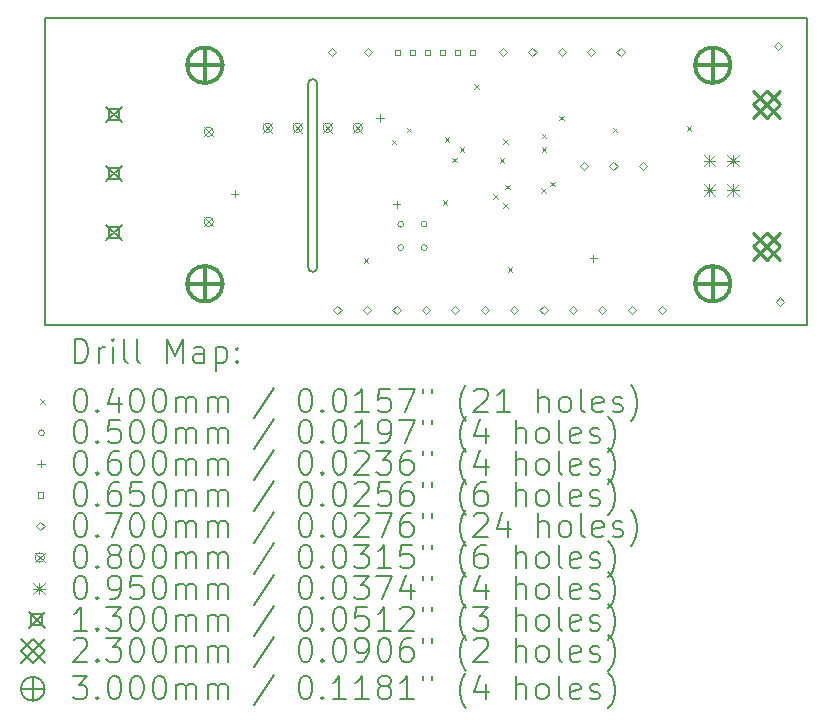
<source format=gbr>
%FSLAX45Y45*%
G04 Gerber Fmt 4.5, Leading zero omitted, Abs format (unit mm)*
G04 Created by KiCad (PCBNEW 6.0.5) date 2022-10-28 16:51:58*
%MOMM*%
%LPD*%
G01*
G04 APERTURE LIST*
%TA.AperFunction,Profile*%
%ADD10C,0.150000*%
%TD*%
%ADD11C,0.200000*%
%ADD12C,0.040000*%
%ADD13C,0.050000*%
%ADD14C,0.060000*%
%ADD15C,0.065000*%
%ADD16C,0.070000*%
%ADD17C,0.080000*%
%ADD18C,0.095000*%
%ADD19C,0.130000*%
%ADD20C,0.230000*%
%ADD21C,0.300000*%
G04 APERTURE END LIST*
D10*
X12550000Y-5000000D02*
X12550000Y-4950000D01*
X6100000Y-7550000D02*
X12550000Y-7550000D01*
X12550000Y-7550000D02*
X12550000Y-5000000D01*
X8324850Y-7061200D02*
G75*
G03*
X8401050Y-7061200I38100J0D01*
G01*
X8401050Y-5505450D02*
X8401050Y-7061200D01*
X8324850Y-5505450D02*
X8324850Y-7061200D01*
X6100000Y-4950000D02*
X6100000Y-7550000D01*
X8401050Y-5505450D02*
G75*
G03*
X8324850Y-5505450I-38100J0D01*
G01*
X6100000Y-4950000D02*
X12550000Y-4950000D01*
D11*
D12*
X8793800Y-6980240D02*
X8833800Y-7020240D01*
X8833800Y-6980240D02*
X8793800Y-7020240D01*
X9032560Y-5979480D02*
X9072560Y-6019480D01*
X9072560Y-5979480D02*
X9032560Y-6019480D01*
X9159560Y-5877880D02*
X9199560Y-5917880D01*
X9199560Y-5877880D02*
X9159560Y-5917880D01*
X9464360Y-6492560D02*
X9504360Y-6532560D01*
X9504360Y-6492560D02*
X9464360Y-6532560D01*
X9479600Y-5961700D02*
X9519600Y-6001700D01*
X9519600Y-5961700D02*
X9479600Y-6001700D01*
X9545640Y-6131880D02*
X9585640Y-6171880D01*
X9585640Y-6131880D02*
X9545640Y-6171880D01*
X9606600Y-6045520D02*
X9646600Y-6085520D01*
X9646600Y-6045520D02*
X9606600Y-6085520D01*
X9731060Y-5507040D02*
X9771060Y-5547040D01*
X9771060Y-5507040D02*
X9731060Y-5547040D01*
X9891080Y-6441760D02*
X9931080Y-6481760D01*
X9931080Y-6441760D02*
X9891080Y-6481760D01*
X9946960Y-6136960D02*
X9986960Y-6176960D01*
X9986960Y-6136960D02*
X9946960Y-6176960D01*
X9975749Y-5972618D02*
X10015749Y-6012618D01*
X10015749Y-5972618D02*
X9975749Y-6012618D01*
X9977440Y-6515420D02*
X10017440Y-6555420D01*
X10017440Y-6515420D02*
X9977440Y-6555420D01*
X9995220Y-6360480D02*
X10035220Y-6400480D01*
X10035220Y-6360480D02*
X9995220Y-6400480D01*
X10013000Y-7058980D02*
X10053000Y-7098980D01*
X10053000Y-7058980D02*
X10013000Y-7098980D01*
X10297480Y-6390960D02*
X10337480Y-6430960D01*
X10337480Y-6390960D02*
X10297480Y-6430960D01*
X10302560Y-5928680D02*
X10342560Y-5968680D01*
X10342560Y-5928680D02*
X10302560Y-5968680D01*
X10302560Y-6045520D02*
X10342560Y-6085520D01*
X10342560Y-6045520D02*
X10302560Y-6085520D01*
X10373680Y-6335080D02*
X10413680Y-6375080D01*
X10413680Y-6335080D02*
X10373680Y-6375080D01*
X10449880Y-5776280D02*
X10489880Y-5816280D01*
X10489880Y-5776280D02*
X10449880Y-5816280D01*
X10902000Y-5877880D02*
X10942000Y-5917880D01*
X10942000Y-5877880D02*
X10902000Y-5917880D01*
X11529380Y-5867720D02*
X11569380Y-5907720D01*
X11569380Y-5867720D02*
X11529380Y-5907720D01*
D13*
X9133440Y-6695440D02*
G75*
G03*
X9133440Y-6695440I-25000J0D01*
G01*
X9133440Y-6893560D02*
G75*
G03*
X9133440Y-6893560I-25000J0D01*
G01*
X9331560Y-6695440D02*
G75*
G03*
X9331560Y-6695440I-25000J0D01*
G01*
X9331560Y-6893560D02*
G75*
G03*
X9331560Y-6893560I-25000J0D01*
G01*
D14*
X7701280Y-6406360D02*
X7701280Y-6466360D01*
X7671280Y-6436360D02*
X7731280Y-6436360D01*
X8933180Y-5766280D02*
X8933180Y-5826280D01*
X8903180Y-5796280D02*
X8963180Y-5796280D01*
X9072880Y-6497800D02*
X9072880Y-6557800D01*
X9042880Y-6527800D02*
X9102880Y-6527800D01*
X10739120Y-6955000D02*
X10739120Y-7015000D01*
X10709120Y-6985000D02*
X10769120Y-6985000D01*
D15*
X9103021Y-5263001D02*
X9103021Y-5217039D01*
X9057059Y-5217039D01*
X9057059Y-5263001D01*
X9103021Y-5263001D01*
X9230021Y-5263001D02*
X9230021Y-5217039D01*
X9184059Y-5217039D01*
X9184059Y-5263001D01*
X9230021Y-5263001D01*
X9357021Y-5263001D02*
X9357021Y-5217039D01*
X9311059Y-5217039D01*
X9311059Y-5263001D01*
X9357021Y-5263001D01*
X9484021Y-5263001D02*
X9484021Y-5217039D01*
X9438059Y-5217039D01*
X9438059Y-5263001D01*
X9484021Y-5263001D01*
X9611021Y-5263001D02*
X9611021Y-5217039D01*
X9565059Y-5217039D01*
X9565059Y-5263001D01*
X9611021Y-5263001D01*
X9738021Y-5263001D02*
X9738021Y-5217039D01*
X9692059Y-5217039D01*
X9692059Y-5263001D01*
X9738021Y-5263001D01*
D16*
X8529320Y-5269940D02*
X8564320Y-5234940D01*
X8529320Y-5199940D01*
X8494320Y-5234940D01*
X8529320Y-5269940D01*
X8572500Y-7456880D02*
X8607500Y-7421880D01*
X8572500Y-7386880D01*
X8537500Y-7421880D01*
X8572500Y-7456880D01*
X8823960Y-7456880D02*
X8858960Y-7421880D01*
X8823960Y-7386880D01*
X8788960Y-7421880D01*
X8823960Y-7456880D01*
X8829040Y-5269940D02*
X8864040Y-5234940D01*
X8829040Y-5199940D01*
X8794040Y-5234940D01*
X8829040Y-5269940D01*
X9072880Y-7456880D02*
X9107880Y-7421880D01*
X9072880Y-7386880D01*
X9037880Y-7421880D01*
X9072880Y-7456880D01*
X9321800Y-7456880D02*
X9356800Y-7421880D01*
X9321800Y-7386880D01*
X9286800Y-7421880D01*
X9321800Y-7456880D01*
X9570720Y-7456880D02*
X9605720Y-7421880D01*
X9570720Y-7386880D01*
X9535720Y-7421880D01*
X9570720Y-7456880D01*
X9819640Y-7456880D02*
X9854640Y-7421880D01*
X9819640Y-7386880D01*
X9784640Y-7421880D01*
X9819640Y-7456880D01*
X9974400Y-5275020D02*
X10009400Y-5240020D01*
X9974400Y-5205020D01*
X9939400Y-5240020D01*
X9974400Y-5275020D01*
X10068560Y-7456880D02*
X10103560Y-7421880D01*
X10068560Y-7386880D01*
X10033560Y-7421880D01*
X10068560Y-7456880D01*
X10223040Y-5275020D02*
X10258040Y-5240020D01*
X10223040Y-5205020D01*
X10188040Y-5240020D01*
X10223040Y-5275020D01*
X10317480Y-7456880D02*
X10352480Y-7421880D01*
X10317480Y-7386880D01*
X10282480Y-7421880D01*
X10317480Y-7456880D01*
X10471960Y-5275020D02*
X10506960Y-5240020D01*
X10471960Y-5205020D01*
X10436960Y-5240020D01*
X10471960Y-5275020D01*
X10566400Y-7456880D02*
X10601400Y-7421880D01*
X10566400Y-7386880D01*
X10531400Y-7421880D01*
X10566400Y-7456880D01*
X10660380Y-6235140D02*
X10695380Y-6200140D01*
X10660380Y-6165140D01*
X10625380Y-6200140D01*
X10660380Y-6235140D01*
X10720880Y-5275020D02*
X10755880Y-5240020D01*
X10720880Y-5205020D01*
X10685880Y-5240020D01*
X10720880Y-5275020D01*
X10815320Y-7456880D02*
X10850320Y-7421880D01*
X10815320Y-7386880D01*
X10780320Y-7421880D01*
X10815320Y-7456880D01*
X10909300Y-6235140D02*
X10944300Y-6200140D01*
X10909300Y-6165140D01*
X10874300Y-6200140D01*
X10909300Y-6235140D01*
X10969800Y-5275020D02*
X11004800Y-5240020D01*
X10969800Y-5205020D01*
X10934800Y-5240020D01*
X10969800Y-5275020D01*
X11066780Y-7456880D02*
X11101780Y-7421880D01*
X11066780Y-7386880D01*
X11031780Y-7421880D01*
X11066780Y-7456880D01*
X11160760Y-6235140D02*
X11195760Y-6200140D01*
X11160760Y-6165140D01*
X11125760Y-6200140D01*
X11160760Y-6235140D01*
X11318240Y-7456880D02*
X11353240Y-7421880D01*
X11318240Y-7386880D01*
X11283240Y-7421880D01*
X11318240Y-7456880D01*
X12303760Y-5221680D02*
X12338760Y-5186680D01*
X12303760Y-5151680D01*
X12268760Y-5186680D01*
X12303760Y-5221680D01*
X12319000Y-7385760D02*
X12354000Y-7350760D01*
X12319000Y-7315760D01*
X12284000Y-7350760D01*
X12319000Y-7385760D01*
D17*
X7442840Y-5873120D02*
X7522840Y-5953120D01*
X7522840Y-5873120D02*
X7442840Y-5953120D01*
X7522840Y-5913120D02*
G75*
G03*
X7522840Y-5913120I-40000J0D01*
G01*
X7442840Y-6635120D02*
X7522840Y-6715120D01*
X7522840Y-6635120D02*
X7442840Y-6715120D01*
X7522840Y-6675120D02*
G75*
G03*
X7522840Y-6675120I-40000J0D01*
G01*
X7941950Y-5840100D02*
X8021950Y-5920100D01*
X8021950Y-5840100D02*
X7941950Y-5920100D01*
X8021950Y-5880100D02*
G75*
G03*
X8021950Y-5880100I-40000J0D01*
G01*
X8195950Y-5840100D02*
X8275950Y-5920100D01*
X8275950Y-5840100D02*
X8195950Y-5920100D01*
X8275950Y-5880100D02*
G75*
G03*
X8275950Y-5880100I-40000J0D01*
G01*
X8449950Y-5840100D02*
X8529950Y-5920100D01*
X8529950Y-5840100D02*
X8449950Y-5920100D01*
X8529950Y-5880100D02*
G75*
G03*
X8529950Y-5880100I-40000J0D01*
G01*
X8703950Y-5840100D02*
X8783950Y-5920100D01*
X8783950Y-5840100D02*
X8703950Y-5920100D01*
X8783950Y-5880100D02*
G75*
G03*
X8783950Y-5880100I-40000J0D01*
G01*
D18*
X11674600Y-6109650D02*
X11769600Y-6204650D01*
X11769600Y-6109650D02*
X11674600Y-6204650D01*
X11722100Y-6109650D02*
X11722100Y-6204650D01*
X11674600Y-6157150D02*
X11769600Y-6157150D01*
X11674600Y-6359650D02*
X11769600Y-6454650D01*
X11769600Y-6359650D02*
X11674600Y-6454650D01*
X11722100Y-6359650D02*
X11722100Y-6454650D01*
X11674600Y-6407150D02*
X11769600Y-6407150D01*
X11874600Y-6109650D02*
X11969600Y-6204650D01*
X11969600Y-6109650D02*
X11874600Y-6204650D01*
X11922100Y-6109650D02*
X11922100Y-6204650D01*
X11874600Y-6157150D02*
X11969600Y-6157150D01*
X11874600Y-6359650D02*
X11969600Y-6454650D01*
X11969600Y-6359650D02*
X11874600Y-6454650D01*
X11922100Y-6359650D02*
X11922100Y-6454650D01*
X11874600Y-6407150D02*
X11969600Y-6407150D01*
D19*
X6615200Y-5700800D02*
X6745200Y-5830800D01*
X6745200Y-5700800D02*
X6615200Y-5830800D01*
X6726162Y-5811762D02*
X6726162Y-5719838D01*
X6634238Y-5719838D01*
X6634238Y-5811762D01*
X6726162Y-5811762D01*
X6615200Y-6200800D02*
X6745200Y-6330800D01*
X6745200Y-6200800D02*
X6615200Y-6330800D01*
X6726162Y-6311762D02*
X6726162Y-6219838D01*
X6634238Y-6219838D01*
X6634238Y-6311762D01*
X6726162Y-6311762D01*
X6615200Y-6700800D02*
X6745200Y-6830800D01*
X6745200Y-6700800D02*
X6615200Y-6830800D01*
X6726162Y-6811762D02*
X6726162Y-6719838D01*
X6634238Y-6719838D01*
X6634238Y-6811762D01*
X6726162Y-6811762D01*
D20*
X12093100Y-5567150D02*
X12323100Y-5797150D01*
X12323100Y-5567150D02*
X12093100Y-5797150D01*
X12208100Y-5797150D02*
X12323100Y-5682150D01*
X12208100Y-5567150D01*
X12093100Y-5682150D01*
X12208100Y-5797150D01*
X12093100Y-6767150D02*
X12323100Y-6997150D01*
X12323100Y-6767150D02*
X12093100Y-6997150D01*
X12208100Y-6997150D02*
X12323100Y-6882150D01*
X12208100Y-6767150D01*
X12093100Y-6882150D01*
X12208100Y-6997150D01*
D21*
X7450000Y-5200000D02*
X7450000Y-5500000D01*
X7300000Y-5350000D02*
X7600000Y-5350000D01*
X7600000Y-5350000D02*
G75*
G03*
X7600000Y-5350000I-150000J0D01*
G01*
X7450000Y-7050000D02*
X7450000Y-7350000D01*
X7300000Y-7200000D02*
X7600000Y-7200000D01*
X7600000Y-7200000D02*
G75*
G03*
X7600000Y-7200000I-150000J0D01*
G01*
X11750000Y-5200000D02*
X11750000Y-5500000D01*
X11600000Y-5350000D02*
X11900000Y-5350000D01*
X11900000Y-5350000D02*
G75*
G03*
X11900000Y-5350000I-150000J0D01*
G01*
X11750000Y-7050000D02*
X11750000Y-7350000D01*
X11600000Y-7200000D02*
X11900000Y-7200000D01*
X11900000Y-7200000D02*
G75*
G03*
X11900000Y-7200000I-150000J0D01*
G01*
D11*
X6350119Y-7867976D02*
X6350119Y-7667976D01*
X6397738Y-7667976D01*
X6426309Y-7677500D01*
X6445357Y-7696548D01*
X6454881Y-7715595D01*
X6464405Y-7753690D01*
X6464405Y-7782262D01*
X6454881Y-7820357D01*
X6445357Y-7839405D01*
X6426309Y-7858452D01*
X6397738Y-7867976D01*
X6350119Y-7867976D01*
X6550119Y-7867976D02*
X6550119Y-7734643D01*
X6550119Y-7772738D02*
X6559643Y-7753690D01*
X6569167Y-7744167D01*
X6588214Y-7734643D01*
X6607262Y-7734643D01*
X6673928Y-7867976D02*
X6673928Y-7734643D01*
X6673928Y-7667976D02*
X6664405Y-7677500D01*
X6673928Y-7687024D01*
X6683452Y-7677500D01*
X6673928Y-7667976D01*
X6673928Y-7687024D01*
X6797738Y-7867976D02*
X6778690Y-7858452D01*
X6769167Y-7839405D01*
X6769167Y-7667976D01*
X6902500Y-7867976D02*
X6883452Y-7858452D01*
X6873928Y-7839405D01*
X6873928Y-7667976D01*
X7131071Y-7867976D02*
X7131071Y-7667976D01*
X7197738Y-7810833D01*
X7264405Y-7667976D01*
X7264405Y-7867976D01*
X7445357Y-7867976D02*
X7445357Y-7763214D01*
X7435833Y-7744167D01*
X7416786Y-7734643D01*
X7378690Y-7734643D01*
X7359643Y-7744167D01*
X7445357Y-7858452D02*
X7426309Y-7867976D01*
X7378690Y-7867976D01*
X7359643Y-7858452D01*
X7350119Y-7839405D01*
X7350119Y-7820357D01*
X7359643Y-7801309D01*
X7378690Y-7791786D01*
X7426309Y-7791786D01*
X7445357Y-7782262D01*
X7540595Y-7734643D02*
X7540595Y-7934643D01*
X7540595Y-7744167D02*
X7559643Y-7734643D01*
X7597738Y-7734643D01*
X7616786Y-7744167D01*
X7626309Y-7753690D01*
X7635833Y-7772738D01*
X7635833Y-7829881D01*
X7626309Y-7848928D01*
X7616786Y-7858452D01*
X7597738Y-7867976D01*
X7559643Y-7867976D01*
X7540595Y-7858452D01*
X7721548Y-7848928D02*
X7731071Y-7858452D01*
X7721548Y-7867976D01*
X7712024Y-7858452D01*
X7721548Y-7848928D01*
X7721548Y-7867976D01*
X7721548Y-7744167D02*
X7731071Y-7753690D01*
X7721548Y-7763214D01*
X7712024Y-7753690D01*
X7721548Y-7744167D01*
X7721548Y-7763214D01*
D12*
X6052500Y-8177500D02*
X6092500Y-8217500D01*
X6092500Y-8177500D02*
X6052500Y-8217500D01*
D11*
X6388214Y-8087976D02*
X6407262Y-8087976D01*
X6426309Y-8097500D01*
X6435833Y-8107024D01*
X6445357Y-8126071D01*
X6454881Y-8164167D01*
X6454881Y-8211786D01*
X6445357Y-8249881D01*
X6435833Y-8268928D01*
X6426309Y-8278452D01*
X6407262Y-8287976D01*
X6388214Y-8287976D01*
X6369167Y-8278452D01*
X6359643Y-8268928D01*
X6350119Y-8249881D01*
X6340595Y-8211786D01*
X6340595Y-8164167D01*
X6350119Y-8126071D01*
X6359643Y-8107024D01*
X6369167Y-8097500D01*
X6388214Y-8087976D01*
X6540595Y-8268928D02*
X6550119Y-8278452D01*
X6540595Y-8287976D01*
X6531071Y-8278452D01*
X6540595Y-8268928D01*
X6540595Y-8287976D01*
X6721548Y-8154643D02*
X6721548Y-8287976D01*
X6673928Y-8078452D02*
X6626309Y-8221309D01*
X6750119Y-8221309D01*
X6864405Y-8087976D02*
X6883452Y-8087976D01*
X6902500Y-8097500D01*
X6912024Y-8107024D01*
X6921548Y-8126071D01*
X6931071Y-8164167D01*
X6931071Y-8211786D01*
X6921548Y-8249881D01*
X6912024Y-8268928D01*
X6902500Y-8278452D01*
X6883452Y-8287976D01*
X6864405Y-8287976D01*
X6845357Y-8278452D01*
X6835833Y-8268928D01*
X6826309Y-8249881D01*
X6816786Y-8211786D01*
X6816786Y-8164167D01*
X6826309Y-8126071D01*
X6835833Y-8107024D01*
X6845357Y-8097500D01*
X6864405Y-8087976D01*
X7054881Y-8087976D02*
X7073928Y-8087976D01*
X7092976Y-8097500D01*
X7102500Y-8107024D01*
X7112024Y-8126071D01*
X7121548Y-8164167D01*
X7121548Y-8211786D01*
X7112024Y-8249881D01*
X7102500Y-8268928D01*
X7092976Y-8278452D01*
X7073928Y-8287976D01*
X7054881Y-8287976D01*
X7035833Y-8278452D01*
X7026309Y-8268928D01*
X7016786Y-8249881D01*
X7007262Y-8211786D01*
X7007262Y-8164167D01*
X7016786Y-8126071D01*
X7026309Y-8107024D01*
X7035833Y-8097500D01*
X7054881Y-8087976D01*
X7207262Y-8287976D02*
X7207262Y-8154643D01*
X7207262Y-8173690D02*
X7216786Y-8164167D01*
X7235833Y-8154643D01*
X7264405Y-8154643D01*
X7283452Y-8164167D01*
X7292976Y-8183214D01*
X7292976Y-8287976D01*
X7292976Y-8183214D02*
X7302500Y-8164167D01*
X7321548Y-8154643D01*
X7350119Y-8154643D01*
X7369167Y-8164167D01*
X7378690Y-8183214D01*
X7378690Y-8287976D01*
X7473928Y-8287976D02*
X7473928Y-8154643D01*
X7473928Y-8173690D02*
X7483452Y-8164167D01*
X7502500Y-8154643D01*
X7531071Y-8154643D01*
X7550119Y-8164167D01*
X7559643Y-8183214D01*
X7559643Y-8287976D01*
X7559643Y-8183214D02*
X7569167Y-8164167D01*
X7588214Y-8154643D01*
X7616786Y-8154643D01*
X7635833Y-8164167D01*
X7645357Y-8183214D01*
X7645357Y-8287976D01*
X8035833Y-8078452D02*
X7864405Y-8335595D01*
X8292976Y-8087976D02*
X8312024Y-8087976D01*
X8331071Y-8097500D01*
X8340595Y-8107024D01*
X8350119Y-8126071D01*
X8359643Y-8164167D01*
X8359643Y-8211786D01*
X8350119Y-8249881D01*
X8340595Y-8268928D01*
X8331071Y-8278452D01*
X8312024Y-8287976D01*
X8292976Y-8287976D01*
X8273928Y-8278452D01*
X8264405Y-8268928D01*
X8254881Y-8249881D01*
X8245357Y-8211786D01*
X8245357Y-8164167D01*
X8254881Y-8126071D01*
X8264405Y-8107024D01*
X8273928Y-8097500D01*
X8292976Y-8087976D01*
X8445357Y-8268928D02*
X8454881Y-8278452D01*
X8445357Y-8287976D01*
X8435833Y-8278452D01*
X8445357Y-8268928D01*
X8445357Y-8287976D01*
X8578690Y-8087976D02*
X8597738Y-8087976D01*
X8616786Y-8097500D01*
X8626310Y-8107024D01*
X8635833Y-8126071D01*
X8645357Y-8164167D01*
X8645357Y-8211786D01*
X8635833Y-8249881D01*
X8626310Y-8268928D01*
X8616786Y-8278452D01*
X8597738Y-8287976D01*
X8578690Y-8287976D01*
X8559643Y-8278452D01*
X8550119Y-8268928D01*
X8540595Y-8249881D01*
X8531071Y-8211786D01*
X8531071Y-8164167D01*
X8540595Y-8126071D01*
X8550119Y-8107024D01*
X8559643Y-8097500D01*
X8578690Y-8087976D01*
X8835833Y-8287976D02*
X8721548Y-8287976D01*
X8778690Y-8287976D02*
X8778690Y-8087976D01*
X8759643Y-8116548D01*
X8740595Y-8135595D01*
X8721548Y-8145119D01*
X9016786Y-8087976D02*
X8921548Y-8087976D01*
X8912024Y-8183214D01*
X8921548Y-8173690D01*
X8940595Y-8164167D01*
X8988214Y-8164167D01*
X9007262Y-8173690D01*
X9016786Y-8183214D01*
X9026310Y-8202262D01*
X9026310Y-8249881D01*
X9016786Y-8268928D01*
X9007262Y-8278452D01*
X8988214Y-8287976D01*
X8940595Y-8287976D01*
X8921548Y-8278452D01*
X8912024Y-8268928D01*
X9092976Y-8087976D02*
X9226310Y-8087976D01*
X9140595Y-8287976D01*
X9292976Y-8087976D02*
X9292976Y-8126071D01*
X9369167Y-8087976D02*
X9369167Y-8126071D01*
X9664405Y-8364167D02*
X9654881Y-8354643D01*
X9635833Y-8326071D01*
X9626310Y-8307024D01*
X9616786Y-8278452D01*
X9607262Y-8230833D01*
X9607262Y-8192738D01*
X9616786Y-8145119D01*
X9626310Y-8116548D01*
X9635833Y-8097500D01*
X9654881Y-8068928D01*
X9664405Y-8059405D01*
X9731071Y-8107024D02*
X9740595Y-8097500D01*
X9759643Y-8087976D01*
X9807262Y-8087976D01*
X9826310Y-8097500D01*
X9835833Y-8107024D01*
X9845357Y-8126071D01*
X9845357Y-8145119D01*
X9835833Y-8173690D01*
X9721548Y-8287976D01*
X9845357Y-8287976D01*
X10035833Y-8287976D02*
X9921548Y-8287976D01*
X9978690Y-8287976D02*
X9978690Y-8087976D01*
X9959643Y-8116548D01*
X9940595Y-8135595D01*
X9921548Y-8145119D01*
X10273929Y-8287976D02*
X10273929Y-8087976D01*
X10359643Y-8287976D02*
X10359643Y-8183214D01*
X10350119Y-8164167D01*
X10331071Y-8154643D01*
X10302500Y-8154643D01*
X10283452Y-8164167D01*
X10273929Y-8173690D01*
X10483452Y-8287976D02*
X10464405Y-8278452D01*
X10454881Y-8268928D01*
X10445357Y-8249881D01*
X10445357Y-8192738D01*
X10454881Y-8173690D01*
X10464405Y-8164167D01*
X10483452Y-8154643D01*
X10512024Y-8154643D01*
X10531071Y-8164167D01*
X10540595Y-8173690D01*
X10550119Y-8192738D01*
X10550119Y-8249881D01*
X10540595Y-8268928D01*
X10531071Y-8278452D01*
X10512024Y-8287976D01*
X10483452Y-8287976D01*
X10664405Y-8287976D02*
X10645357Y-8278452D01*
X10635833Y-8259405D01*
X10635833Y-8087976D01*
X10816786Y-8278452D02*
X10797738Y-8287976D01*
X10759643Y-8287976D01*
X10740595Y-8278452D01*
X10731071Y-8259405D01*
X10731071Y-8183214D01*
X10740595Y-8164167D01*
X10759643Y-8154643D01*
X10797738Y-8154643D01*
X10816786Y-8164167D01*
X10826310Y-8183214D01*
X10826310Y-8202262D01*
X10731071Y-8221309D01*
X10902500Y-8278452D02*
X10921548Y-8287976D01*
X10959643Y-8287976D01*
X10978690Y-8278452D01*
X10988214Y-8259405D01*
X10988214Y-8249881D01*
X10978690Y-8230833D01*
X10959643Y-8221309D01*
X10931071Y-8221309D01*
X10912024Y-8211786D01*
X10902500Y-8192738D01*
X10902500Y-8183214D01*
X10912024Y-8164167D01*
X10931071Y-8154643D01*
X10959643Y-8154643D01*
X10978690Y-8164167D01*
X11054881Y-8364167D02*
X11064405Y-8354643D01*
X11083452Y-8326071D01*
X11092976Y-8307024D01*
X11102500Y-8278452D01*
X11112024Y-8230833D01*
X11112024Y-8192738D01*
X11102500Y-8145119D01*
X11092976Y-8116548D01*
X11083452Y-8097500D01*
X11064405Y-8068928D01*
X11054881Y-8059405D01*
D13*
X6092500Y-8461500D02*
G75*
G03*
X6092500Y-8461500I-25000J0D01*
G01*
D11*
X6388214Y-8351976D02*
X6407262Y-8351976D01*
X6426309Y-8361500D01*
X6435833Y-8371024D01*
X6445357Y-8390071D01*
X6454881Y-8428167D01*
X6454881Y-8475786D01*
X6445357Y-8513881D01*
X6435833Y-8532929D01*
X6426309Y-8542452D01*
X6407262Y-8551976D01*
X6388214Y-8551976D01*
X6369167Y-8542452D01*
X6359643Y-8532929D01*
X6350119Y-8513881D01*
X6340595Y-8475786D01*
X6340595Y-8428167D01*
X6350119Y-8390071D01*
X6359643Y-8371024D01*
X6369167Y-8361500D01*
X6388214Y-8351976D01*
X6540595Y-8532929D02*
X6550119Y-8542452D01*
X6540595Y-8551976D01*
X6531071Y-8542452D01*
X6540595Y-8532929D01*
X6540595Y-8551976D01*
X6731071Y-8351976D02*
X6635833Y-8351976D01*
X6626309Y-8447214D01*
X6635833Y-8437690D01*
X6654881Y-8428167D01*
X6702500Y-8428167D01*
X6721548Y-8437690D01*
X6731071Y-8447214D01*
X6740595Y-8466262D01*
X6740595Y-8513881D01*
X6731071Y-8532929D01*
X6721548Y-8542452D01*
X6702500Y-8551976D01*
X6654881Y-8551976D01*
X6635833Y-8542452D01*
X6626309Y-8532929D01*
X6864405Y-8351976D02*
X6883452Y-8351976D01*
X6902500Y-8361500D01*
X6912024Y-8371024D01*
X6921548Y-8390071D01*
X6931071Y-8428167D01*
X6931071Y-8475786D01*
X6921548Y-8513881D01*
X6912024Y-8532929D01*
X6902500Y-8542452D01*
X6883452Y-8551976D01*
X6864405Y-8551976D01*
X6845357Y-8542452D01*
X6835833Y-8532929D01*
X6826309Y-8513881D01*
X6816786Y-8475786D01*
X6816786Y-8428167D01*
X6826309Y-8390071D01*
X6835833Y-8371024D01*
X6845357Y-8361500D01*
X6864405Y-8351976D01*
X7054881Y-8351976D02*
X7073928Y-8351976D01*
X7092976Y-8361500D01*
X7102500Y-8371024D01*
X7112024Y-8390071D01*
X7121548Y-8428167D01*
X7121548Y-8475786D01*
X7112024Y-8513881D01*
X7102500Y-8532929D01*
X7092976Y-8542452D01*
X7073928Y-8551976D01*
X7054881Y-8551976D01*
X7035833Y-8542452D01*
X7026309Y-8532929D01*
X7016786Y-8513881D01*
X7007262Y-8475786D01*
X7007262Y-8428167D01*
X7016786Y-8390071D01*
X7026309Y-8371024D01*
X7035833Y-8361500D01*
X7054881Y-8351976D01*
X7207262Y-8551976D02*
X7207262Y-8418643D01*
X7207262Y-8437690D02*
X7216786Y-8428167D01*
X7235833Y-8418643D01*
X7264405Y-8418643D01*
X7283452Y-8428167D01*
X7292976Y-8447214D01*
X7292976Y-8551976D01*
X7292976Y-8447214D02*
X7302500Y-8428167D01*
X7321548Y-8418643D01*
X7350119Y-8418643D01*
X7369167Y-8428167D01*
X7378690Y-8447214D01*
X7378690Y-8551976D01*
X7473928Y-8551976D02*
X7473928Y-8418643D01*
X7473928Y-8437690D02*
X7483452Y-8428167D01*
X7502500Y-8418643D01*
X7531071Y-8418643D01*
X7550119Y-8428167D01*
X7559643Y-8447214D01*
X7559643Y-8551976D01*
X7559643Y-8447214D02*
X7569167Y-8428167D01*
X7588214Y-8418643D01*
X7616786Y-8418643D01*
X7635833Y-8428167D01*
X7645357Y-8447214D01*
X7645357Y-8551976D01*
X8035833Y-8342452D02*
X7864405Y-8599595D01*
X8292976Y-8351976D02*
X8312024Y-8351976D01*
X8331071Y-8361500D01*
X8340595Y-8371024D01*
X8350119Y-8390071D01*
X8359643Y-8428167D01*
X8359643Y-8475786D01*
X8350119Y-8513881D01*
X8340595Y-8532929D01*
X8331071Y-8542452D01*
X8312024Y-8551976D01*
X8292976Y-8551976D01*
X8273928Y-8542452D01*
X8264405Y-8532929D01*
X8254881Y-8513881D01*
X8245357Y-8475786D01*
X8245357Y-8428167D01*
X8254881Y-8390071D01*
X8264405Y-8371024D01*
X8273928Y-8361500D01*
X8292976Y-8351976D01*
X8445357Y-8532929D02*
X8454881Y-8542452D01*
X8445357Y-8551976D01*
X8435833Y-8542452D01*
X8445357Y-8532929D01*
X8445357Y-8551976D01*
X8578690Y-8351976D02*
X8597738Y-8351976D01*
X8616786Y-8361500D01*
X8626310Y-8371024D01*
X8635833Y-8390071D01*
X8645357Y-8428167D01*
X8645357Y-8475786D01*
X8635833Y-8513881D01*
X8626310Y-8532929D01*
X8616786Y-8542452D01*
X8597738Y-8551976D01*
X8578690Y-8551976D01*
X8559643Y-8542452D01*
X8550119Y-8532929D01*
X8540595Y-8513881D01*
X8531071Y-8475786D01*
X8531071Y-8428167D01*
X8540595Y-8390071D01*
X8550119Y-8371024D01*
X8559643Y-8361500D01*
X8578690Y-8351976D01*
X8835833Y-8551976D02*
X8721548Y-8551976D01*
X8778690Y-8551976D02*
X8778690Y-8351976D01*
X8759643Y-8380548D01*
X8740595Y-8399595D01*
X8721548Y-8409119D01*
X8931071Y-8551976D02*
X8969167Y-8551976D01*
X8988214Y-8542452D01*
X8997738Y-8532929D01*
X9016786Y-8504357D01*
X9026310Y-8466262D01*
X9026310Y-8390071D01*
X9016786Y-8371024D01*
X9007262Y-8361500D01*
X8988214Y-8351976D01*
X8950119Y-8351976D01*
X8931071Y-8361500D01*
X8921548Y-8371024D01*
X8912024Y-8390071D01*
X8912024Y-8437690D01*
X8921548Y-8456738D01*
X8931071Y-8466262D01*
X8950119Y-8475786D01*
X8988214Y-8475786D01*
X9007262Y-8466262D01*
X9016786Y-8456738D01*
X9026310Y-8437690D01*
X9092976Y-8351976D02*
X9226310Y-8351976D01*
X9140595Y-8551976D01*
X9292976Y-8351976D02*
X9292976Y-8390071D01*
X9369167Y-8351976D02*
X9369167Y-8390071D01*
X9664405Y-8628167D02*
X9654881Y-8618643D01*
X9635833Y-8590071D01*
X9626310Y-8571024D01*
X9616786Y-8542452D01*
X9607262Y-8494833D01*
X9607262Y-8456738D01*
X9616786Y-8409119D01*
X9626310Y-8380548D01*
X9635833Y-8361500D01*
X9654881Y-8332928D01*
X9664405Y-8323405D01*
X9826310Y-8418643D02*
X9826310Y-8551976D01*
X9778690Y-8342452D02*
X9731071Y-8485310D01*
X9854881Y-8485310D01*
X10083452Y-8551976D02*
X10083452Y-8351976D01*
X10169167Y-8551976D02*
X10169167Y-8447214D01*
X10159643Y-8428167D01*
X10140595Y-8418643D01*
X10112024Y-8418643D01*
X10092976Y-8428167D01*
X10083452Y-8437690D01*
X10292976Y-8551976D02*
X10273929Y-8542452D01*
X10264405Y-8532929D01*
X10254881Y-8513881D01*
X10254881Y-8456738D01*
X10264405Y-8437690D01*
X10273929Y-8428167D01*
X10292976Y-8418643D01*
X10321548Y-8418643D01*
X10340595Y-8428167D01*
X10350119Y-8437690D01*
X10359643Y-8456738D01*
X10359643Y-8513881D01*
X10350119Y-8532929D01*
X10340595Y-8542452D01*
X10321548Y-8551976D01*
X10292976Y-8551976D01*
X10473929Y-8551976D02*
X10454881Y-8542452D01*
X10445357Y-8523405D01*
X10445357Y-8351976D01*
X10626310Y-8542452D02*
X10607262Y-8551976D01*
X10569167Y-8551976D01*
X10550119Y-8542452D01*
X10540595Y-8523405D01*
X10540595Y-8447214D01*
X10550119Y-8428167D01*
X10569167Y-8418643D01*
X10607262Y-8418643D01*
X10626310Y-8428167D01*
X10635833Y-8447214D01*
X10635833Y-8466262D01*
X10540595Y-8485310D01*
X10712024Y-8542452D02*
X10731071Y-8551976D01*
X10769167Y-8551976D01*
X10788214Y-8542452D01*
X10797738Y-8523405D01*
X10797738Y-8513881D01*
X10788214Y-8494833D01*
X10769167Y-8485310D01*
X10740595Y-8485310D01*
X10721548Y-8475786D01*
X10712024Y-8456738D01*
X10712024Y-8447214D01*
X10721548Y-8428167D01*
X10740595Y-8418643D01*
X10769167Y-8418643D01*
X10788214Y-8428167D01*
X10864405Y-8628167D02*
X10873929Y-8618643D01*
X10892976Y-8590071D01*
X10902500Y-8571024D01*
X10912024Y-8542452D01*
X10921548Y-8494833D01*
X10921548Y-8456738D01*
X10912024Y-8409119D01*
X10902500Y-8380548D01*
X10892976Y-8361500D01*
X10873929Y-8332928D01*
X10864405Y-8323405D01*
D14*
X6062500Y-8695500D02*
X6062500Y-8755500D01*
X6032500Y-8725500D02*
X6092500Y-8725500D01*
D11*
X6388214Y-8615976D02*
X6407262Y-8615976D01*
X6426309Y-8625500D01*
X6435833Y-8635024D01*
X6445357Y-8654071D01*
X6454881Y-8692167D01*
X6454881Y-8739786D01*
X6445357Y-8777881D01*
X6435833Y-8796929D01*
X6426309Y-8806452D01*
X6407262Y-8815976D01*
X6388214Y-8815976D01*
X6369167Y-8806452D01*
X6359643Y-8796929D01*
X6350119Y-8777881D01*
X6340595Y-8739786D01*
X6340595Y-8692167D01*
X6350119Y-8654071D01*
X6359643Y-8635024D01*
X6369167Y-8625500D01*
X6388214Y-8615976D01*
X6540595Y-8796929D02*
X6550119Y-8806452D01*
X6540595Y-8815976D01*
X6531071Y-8806452D01*
X6540595Y-8796929D01*
X6540595Y-8815976D01*
X6721548Y-8615976D02*
X6683452Y-8615976D01*
X6664405Y-8625500D01*
X6654881Y-8635024D01*
X6635833Y-8663595D01*
X6626309Y-8701690D01*
X6626309Y-8777881D01*
X6635833Y-8796929D01*
X6645357Y-8806452D01*
X6664405Y-8815976D01*
X6702500Y-8815976D01*
X6721548Y-8806452D01*
X6731071Y-8796929D01*
X6740595Y-8777881D01*
X6740595Y-8730262D01*
X6731071Y-8711214D01*
X6721548Y-8701690D01*
X6702500Y-8692167D01*
X6664405Y-8692167D01*
X6645357Y-8701690D01*
X6635833Y-8711214D01*
X6626309Y-8730262D01*
X6864405Y-8615976D02*
X6883452Y-8615976D01*
X6902500Y-8625500D01*
X6912024Y-8635024D01*
X6921548Y-8654071D01*
X6931071Y-8692167D01*
X6931071Y-8739786D01*
X6921548Y-8777881D01*
X6912024Y-8796929D01*
X6902500Y-8806452D01*
X6883452Y-8815976D01*
X6864405Y-8815976D01*
X6845357Y-8806452D01*
X6835833Y-8796929D01*
X6826309Y-8777881D01*
X6816786Y-8739786D01*
X6816786Y-8692167D01*
X6826309Y-8654071D01*
X6835833Y-8635024D01*
X6845357Y-8625500D01*
X6864405Y-8615976D01*
X7054881Y-8615976D02*
X7073928Y-8615976D01*
X7092976Y-8625500D01*
X7102500Y-8635024D01*
X7112024Y-8654071D01*
X7121548Y-8692167D01*
X7121548Y-8739786D01*
X7112024Y-8777881D01*
X7102500Y-8796929D01*
X7092976Y-8806452D01*
X7073928Y-8815976D01*
X7054881Y-8815976D01*
X7035833Y-8806452D01*
X7026309Y-8796929D01*
X7016786Y-8777881D01*
X7007262Y-8739786D01*
X7007262Y-8692167D01*
X7016786Y-8654071D01*
X7026309Y-8635024D01*
X7035833Y-8625500D01*
X7054881Y-8615976D01*
X7207262Y-8815976D02*
X7207262Y-8682643D01*
X7207262Y-8701690D02*
X7216786Y-8692167D01*
X7235833Y-8682643D01*
X7264405Y-8682643D01*
X7283452Y-8692167D01*
X7292976Y-8711214D01*
X7292976Y-8815976D01*
X7292976Y-8711214D02*
X7302500Y-8692167D01*
X7321548Y-8682643D01*
X7350119Y-8682643D01*
X7369167Y-8692167D01*
X7378690Y-8711214D01*
X7378690Y-8815976D01*
X7473928Y-8815976D02*
X7473928Y-8682643D01*
X7473928Y-8701690D02*
X7483452Y-8692167D01*
X7502500Y-8682643D01*
X7531071Y-8682643D01*
X7550119Y-8692167D01*
X7559643Y-8711214D01*
X7559643Y-8815976D01*
X7559643Y-8711214D02*
X7569167Y-8692167D01*
X7588214Y-8682643D01*
X7616786Y-8682643D01*
X7635833Y-8692167D01*
X7645357Y-8711214D01*
X7645357Y-8815976D01*
X8035833Y-8606452D02*
X7864405Y-8863595D01*
X8292976Y-8615976D02*
X8312024Y-8615976D01*
X8331071Y-8625500D01*
X8340595Y-8635024D01*
X8350119Y-8654071D01*
X8359643Y-8692167D01*
X8359643Y-8739786D01*
X8350119Y-8777881D01*
X8340595Y-8796929D01*
X8331071Y-8806452D01*
X8312024Y-8815976D01*
X8292976Y-8815976D01*
X8273928Y-8806452D01*
X8264405Y-8796929D01*
X8254881Y-8777881D01*
X8245357Y-8739786D01*
X8245357Y-8692167D01*
X8254881Y-8654071D01*
X8264405Y-8635024D01*
X8273928Y-8625500D01*
X8292976Y-8615976D01*
X8445357Y-8796929D02*
X8454881Y-8806452D01*
X8445357Y-8815976D01*
X8435833Y-8806452D01*
X8445357Y-8796929D01*
X8445357Y-8815976D01*
X8578690Y-8615976D02*
X8597738Y-8615976D01*
X8616786Y-8625500D01*
X8626310Y-8635024D01*
X8635833Y-8654071D01*
X8645357Y-8692167D01*
X8645357Y-8739786D01*
X8635833Y-8777881D01*
X8626310Y-8796929D01*
X8616786Y-8806452D01*
X8597738Y-8815976D01*
X8578690Y-8815976D01*
X8559643Y-8806452D01*
X8550119Y-8796929D01*
X8540595Y-8777881D01*
X8531071Y-8739786D01*
X8531071Y-8692167D01*
X8540595Y-8654071D01*
X8550119Y-8635024D01*
X8559643Y-8625500D01*
X8578690Y-8615976D01*
X8721548Y-8635024D02*
X8731071Y-8625500D01*
X8750119Y-8615976D01*
X8797738Y-8615976D01*
X8816786Y-8625500D01*
X8826310Y-8635024D01*
X8835833Y-8654071D01*
X8835833Y-8673119D01*
X8826310Y-8701690D01*
X8712024Y-8815976D01*
X8835833Y-8815976D01*
X8902500Y-8615976D02*
X9026310Y-8615976D01*
X8959643Y-8692167D01*
X8988214Y-8692167D01*
X9007262Y-8701690D01*
X9016786Y-8711214D01*
X9026310Y-8730262D01*
X9026310Y-8777881D01*
X9016786Y-8796929D01*
X9007262Y-8806452D01*
X8988214Y-8815976D01*
X8931071Y-8815976D01*
X8912024Y-8806452D01*
X8902500Y-8796929D01*
X9197738Y-8615976D02*
X9159643Y-8615976D01*
X9140595Y-8625500D01*
X9131071Y-8635024D01*
X9112024Y-8663595D01*
X9102500Y-8701690D01*
X9102500Y-8777881D01*
X9112024Y-8796929D01*
X9121548Y-8806452D01*
X9140595Y-8815976D01*
X9178690Y-8815976D01*
X9197738Y-8806452D01*
X9207262Y-8796929D01*
X9216786Y-8777881D01*
X9216786Y-8730262D01*
X9207262Y-8711214D01*
X9197738Y-8701690D01*
X9178690Y-8692167D01*
X9140595Y-8692167D01*
X9121548Y-8701690D01*
X9112024Y-8711214D01*
X9102500Y-8730262D01*
X9292976Y-8615976D02*
X9292976Y-8654071D01*
X9369167Y-8615976D02*
X9369167Y-8654071D01*
X9664405Y-8892167D02*
X9654881Y-8882643D01*
X9635833Y-8854071D01*
X9626310Y-8835024D01*
X9616786Y-8806452D01*
X9607262Y-8758833D01*
X9607262Y-8720738D01*
X9616786Y-8673119D01*
X9626310Y-8644548D01*
X9635833Y-8625500D01*
X9654881Y-8596929D01*
X9664405Y-8587405D01*
X9826310Y-8682643D02*
X9826310Y-8815976D01*
X9778690Y-8606452D02*
X9731071Y-8749310D01*
X9854881Y-8749310D01*
X10083452Y-8815976D02*
X10083452Y-8615976D01*
X10169167Y-8815976D02*
X10169167Y-8711214D01*
X10159643Y-8692167D01*
X10140595Y-8682643D01*
X10112024Y-8682643D01*
X10092976Y-8692167D01*
X10083452Y-8701690D01*
X10292976Y-8815976D02*
X10273929Y-8806452D01*
X10264405Y-8796929D01*
X10254881Y-8777881D01*
X10254881Y-8720738D01*
X10264405Y-8701690D01*
X10273929Y-8692167D01*
X10292976Y-8682643D01*
X10321548Y-8682643D01*
X10340595Y-8692167D01*
X10350119Y-8701690D01*
X10359643Y-8720738D01*
X10359643Y-8777881D01*
X10350119Y-8796929D01*
X10340595Y-8806452D01*
X10321548Y-8815976D01*
X10292976Y-8815976D01*
X10473929Y-8815976D02*
X10454881Y-8806452D01*
X10445357Y-8787405D01*
X10445357Y-8615976D01*
X10626310Y-8806452D02*
X10607262Y-8815976D01*
X10569167Y-8815976D01*
X10550119Y-8806452D01*
X10540595Y-8787405D01*
X10540595Y-8711214D01*
X10550119Y-8692167D01*
X10569167Y-8682643D01*
X10607262Y-8682643D01*
X10626310Y-8692167D01*
X10635833Y-8711214D01*
X10635833Y-8730262D01*
X10540595Y-8749310D01*
X10712024Y-8806452D02*
X10731071Y-8815976D01*
X10769167Y-8815976D01*
X10788214Y-8806452D01*
X10797738Y-8787405D01*
X10797738Y-8777881D01*
X10788214Y-8758833D01*
X10769167Y-8749310D01*
X10740595Y-8749310D01*
X10721548Y-8739786D01*
X10712024Y-8720738D01*
X10712024Y-8711214D01*
X10721548Y-8692167D01*
X10740595Y-8682643D01*
X10769167Y-8682643D01*
X10788214Y-8692167D01*
X10864405Y-8892167D02*
X10873929Y-8882643D01*
X10892976Y-8854071D01*
X10902500Y-8835024D01*
X10912024Y-8806452D01*
X10921548Y-8758833D01*
X10921548Y-8720738D01*
X10912024Y-8673119D01*
X10902500Y-8644548D01*
X10892976Y-8625500D01*
X10873929Y-8596929D01*
X10864405Y-8587405D01*
D15*
X6082981Y-9012481D02*
X6082981Y-8966519D01*
X6037019Y-8966519D01*
X6037019Y-9012481D01*
X6082981Y-9012481D01*
D11*
X6388214Y-8879976D02*
X6407262Y-8879976D01*
X6426309Y-8889500D01*
X6435833Y-8899024D01*
X6445357Y-8918071D01*
X6454881Y-8956167D01*
X6454881Y-9003786D01*
X6445357Y-9041881D01*
X6435833Y-9060929D01*
X6426309Y-9070452D01*
X6407262Y-9079976D01*
X6388214Y-9079976D01*
X6369167Y-9070452D01*
X6359643Y-9060929D01*
X6350119Y-9041881D01*
X6340595Y-9003786D01*
X6340595Y-8956167D01*
X6350119Y-8918071D01*
X6359643Y-8899024D01*
X6369167Y-8889500D01*
X6388214Y-8879976D01*
X6540595Y-9060929D02*
X6550119Y-9070452D01*
X6540595Y-9079976D01*
X6531071Y-9070452D01*
X6540595Y-9060929D01*
X6540595Y-9079976D01*
X6721548Y-8879976D02*
X6683452Y-8879976D01*
X6664405Y-8889500D01*
X6654881Y-8899024D01*
X6635833Y-8927595D01*
X6626309Y-8965690D01*
X6626309Y-9041881D01*
X6635833Y-9060929D01*
X6645357Y-9070452D01*
X6664405Y-9079976D01*
X6702500Y-9079976D01*
X6721548Y-9070452D01*
X6731071Y-9060929D01*
X6740595Y-9041881D01*
X6740595Y-8994262D01*
X6731071Y-8975214D01*
X6721548Y-8965690D01*
X6702500Y-8956167D01*
X6664405Y-8956167D01*
X6645357Y-8965690D01*
X6635833Y-8975214D01*
X6626309Y-8994262D01*
X6921548Y-8879976D02*
X6826309Y-8879976D01*
X6816786Y-8975214D01*
X6826309Y-8965690D01*
X6845357Y-8956167D01*
X6892976Y-8956167D01*
X6912024Y-8965690D01*
X6921548Y-8975214D01*
X6931071Y-8994262D01*
X6931071Y-9041881D01*
X6921548Y-9060929D01*
X6912024Y-9070452D01*
X6892976Y-9079976D01*
X6845357Y-9079976D01*
X6826309Y-9070452D01*
X6816786Y-9060929D01*
X7054881Y-8879976D02*
X7073928Y-8879976D01*
X7092976Y-8889500D01*
X7102500Y-8899024D01*
X7112024Y-8918071D01*
X7121548Y-8956167D01*
X7121548Y-9003786D01*
X7112024Y-9041881D01*
X7102500Y-9060929D01*
X7092976Y-9070452D01*
X7073928Y-9079976D01*
X7054881Y-9079976D01*
X7035833Y-9070452D01*
X7026309Y-9060929D01*
X7016786Y-9041881D01*
X7007262Y-9003786D01*
X7007262Y-8956167D01*
X7016786Y-8918071D01*
X7026309Y-8899024D01*
X7035833Y-8889500D01*
X7054881Y-8879976D01*
X7207262Y-9079976D02*
X7207262Y-8946643D01*
X7207262Y-8965690D02*
X7216786Y-8956167D01*
X7235833Y-8946643D01*
X7264405Y-8946643D01*
X7283452Y-8956167D01*
X7292976Y-8975214D01*
X7292976Y-9079976D01*
X7292976Y-8975214D02*
X7302500Y-8956167D01*
X7321548Y-8946643D01*
X7350119Y-8946643D01*
X7369167Y-8956167D01*
X7378690Y-8975214D01*
X7378690Y-9079976D01*
X7473928Y-9079976D02*
X7473928Y-8946643D01*
X7473928Y-8965690D02*
X7483452Y-8956167D01*
X7502500Y-8946643D01*
X7531071Y-8946643D01*
X7550119Y-8956167D01*
X7559643Y-8975214D01*
X7559643Y-9079976D01*
X7559643Y-8975214D02*
X7569167Y-8956167D01*
X7588214Y-8946643D01*
X7616786Y-8946643D01*
X7635833Y-8956167D01*
X7645357Y-8975214D01*
X7645357Y-9079976D01*
X8035833Y-8870452D02*
X7864405Y-9127595D01*
X8292976Y-8879976D02*
X8312024Y-8879976D01*
X8331071Y-8889500D01*
X8340595Y-8899024D01*
X8350119Y-8918071D01*
X8359643Y-8956167D01*
X8359643Y-9003786D01*
X8350119Y-9041881D01*
X8340595Y-9060929D01*
X8331071Y-9070452D01*
X8312024Y-9079976D01*
X8292976Y-9079976D01*
X8273928Y-9070452D01*
X8264405Y-9060929D01*
X8254881Y-9041881D01*
X8245357Y-9003786D01*
X8245357Y-8956167D01*
X8254881Y-8918071D01*
X8264405Y-8899024D01*
X8273928Y-8889500D01*
X8292976Y-8879976D01*
X8445357Y-9060929D02*
X8454881Y-9070452D01*
X8445357Y-9079976D01*
X8435833Y-9070452D01*
X8445357Y-9060929D01*
X8445357Y-9079976D01*
X8578690Y-8879976D02*
X8597738Y-8879976D01*
X8616786Y-8889500D01*
X8626310Y-8899024D01*
X8635833Y-8918071D01*
X8645357Y-8956167D01*
X8645357Y-9003786D01*
X8635833Y-9041881D01*
X8626310Y-9060929D01*
X8616786Y-9070452D01*
X8597738Y-9079976D01*
X8578690Y-9079976D01*
X8559643Y-9070452D01*
X8550119Y-9060929D01*
X8540595Y-9041881D01*
X8531071Y-9003786D01*
X8531071Y-8956167D01*
X8540595Y-8918071D01*
X8550119Y-8899024D01*
X8559643Y-8889500D01*
X8578690Y-8879976D01*
X8721548Y-8899024D02*
X8731071Y-8889500D01*
X8750119Y-8879976D01*
X8797738Y-8879976D01*
X8816786Y-8889500D01*
X8826310Y-8899024D01*
X8835833Y-8918071D01*
X8835833Y-8937119D01*
X8826310Y-8965690D01*
X8712024Y-9079976D01*
X8835833Y-9079976D01*
X9016786Y-8879976D02*
X8921548Y-8879976D01*
X8912024Y-8975214D01*
X8921548Y-8965690D01*
X8940595Y-8956167D01*
X8988214Y-8956167D01*
X9007262Y-8965690D01*
X9016786Y-8975214D01*
X9026310Y-8994262D01*
X9026310Y-9041881D01*
X9016786Y-9060929D01*
X9007262Y-9070452D01*
X8988214Y-9079976D01*
X8940595Y-9079976D01*
X8921548Y-9070452D01*
X8912024Y-9060929D01*
X9197738Y-8879976D02*
X9159643Y-8879976D01*
X9140595Y-8889500D01*
X9131071Y-8899024D01*
X9112024Y-8927595D01*
X9102500Y-8965690D01*
X9102500Y-9041881D01*
X9112024Y-9060929D01*
X9121548Y-9070452D01*
X9140595Y-9079976D01*
X9178690Y-9079976D01*
X9197738Y-9070452D01*
X9207262Y-9060929D01*
X9216786Y-9041881D01*
X9216786Y-8994262D01*
X9207262Y-8975214D01*
X9197738Y-8965690D01*
X9178690Y-8956167D01*
X9140595Y-8956167D01*
X9121548Y-8965690D01*
X9112024Y-8975214D01*
X9102500Y-8994262D01*
X9292976Y-8879976D02*
X9292976Y-8918071D01*
X9369167Y-8879976D02*
X9369167Y-8918071D01*
X9664405Y-9156167D02*
X9654881Y-9146643D01*
X9635833Y-9118071D01*
X9626310Y-9099024D01*
X9616786Y-9070452D01*
X9607262Y-9022833D01*
X9607262Y-8984738D01*
X9616786Y-8937119D01*
X9626310Y-8908548D01*
X9635833Y-8889500D01*
X9654881Y-8860929D01*
X9664405Y-8851405D01*
X9826310Y-8879976D02*
X9788214Y-8879976D01*
X9769167Y-8889500D01*
X9759643Y-8899024D01*
X9740595Y-8927595D01*
X9731071Y-8965690D01*
X9731071Y-9041881D01*
X9740595Y-9060929D01*
X9750119Y-9070452D01*
X9769167Y-9079976D01*
X9807262Y-9079976D01*
X9826310Y-9070452D01*
X9835833Y-9060929D01*
X9845357Y-9041881D01*
X9845357Y-8994262D01*
X9835833Y-8975214D01*
X9826310Y-8965690D01*
X9807262Y-8956167D01*
X9769167Y-8956167D01*
X9750119Y-8965690D01*
X9740595Y-8975214D01*
X9731071Y-8994262D01*
X10083452Y-9079976D02*
X10083452Y-8879976D01*
X10169167Y-9079976D02*
X10169167Y-8975214D01*
X10159643Y-8956167D01*
X10140595Y-8946643D01*
X10112024Y-8946643D01*
X10092976Y-8956167D01*
X10083452Y-8965690D01*
X10292976Y-9079976D02*
X10273929Y-9070452D01*
X10264405Y-9060929D01*
X10254881Y-9041881D01*
X10254881Y-8984738D01*
X10264405Y-8965690D01*
X10273929Y-8956167D01*
X10292976Y-8946643D01*
X10321548Y-8946643D01*
X10340595Y-8956167D01*
X10350119Y-8965690D01*
X10359643Y-8984738D01*
X10359643Y-9041881D01*
X10350119Y-9060929D01*
X10340595Y-9070452D01*
X10321548Y-9079976D01*
X10292976Y-9079976D01*
X10473929Y-9079976D02*
X10454881Y-9070452D01*
X10445357Y-9051405D01*
X10445357Y-8879976D01*
X10626310Y-9070452D02*
X10607262Y-9079976D01*
X10569167Y-9079976D01*
X10550119Y-9070452D01*
X10540595Y-9051405D01*
X10540595Y-8975214D01*
X10550119Y-8956167D01*
X10569167Y-8946643D01*
X10607262Y-8946643D01*
X10626310Y-8956167D01*
X10635833Y-8975214D01*
X10635833Y-8994262D01*
X10540595Y-9013310D01*
X10712024Y-9070452D02*
X10731071Y-9079976D01*
X10769167Y-9079976D01*
X10788214Y-9070452D01*
X10797738Y-9051405D01*
X10797738Y-9041881D01*
X10788214Y-9022833D01*
X10769167Y-9013310D01*
X10740595Y-9013310D01*
X10721548Y-9003786D01*
X10712024Y-8984738D01*
X10712024Y-8975214D01*
X10721548Y-8956167D01*
X10740595Y-8946643D01*
X10769167Y-8946643D01*
X10788214Y-8956167D01*
X10864405Y-9156167D02*
X10873929Y-9146643D01*
X10892976Y-9118071D01*
X10902500Y-9099024D01*
X10912024Y-9070452D01*
X10921548Y-9022833D01*
X10921548Y-8984738D01*
X10912024Y-8937119D01*
X10902500Y-8908548D01*
X10892976Y-8889500D01*
X10873929Y-8860929D01*
X10864405Y-8851405D01*
D16*
X6057500Y-9288500D02*
X6092500Y-9253500D01*
X6057500Y-9218500D01*
X6022500Y-9253500D01*
X6057500Y-9288500D01*
D11*
X6388214Y-9143976D02*
X6407262Y-9143976D01*
X6426309Y-9153500D01*
X6435833Y-9163024D01*
X6445357Y-9182071D01*
X6454881Y-9220167D01*
X6454881Y-9267786D01*
X6445357Y-9305881D01*
X6435833Y-9324929D01*
X6426309Y-9334452D01*
X6407262Y-9343976D01*
X6388214Y-9343976D01*
X6369167Y-9334452D01*
X6359643Y-9324929D01*
X6350119Y-9305881D01*
X6340595Y-9267786D01*
X6340595Y-9220167D01*
X6350119Y-9182071D01*
X6359643Y-9163024D01*
X6369167Y-9153500D01*
X6388214Y-9143976D01*
X6540595Y-9324929D02*
X6550119Y-9334452D01*
X6540595Y-9343976D01*
X6531071Y-9334452D01*
X6540595Y-9324929D01*
X6540595Y-9343976D01*
X6616786Y-9143976D02*
X6750119Y-9143976D01*
X6664405Y-9343976D01*
X6864405Y-9143976D02*
X6883452Y-9143976D01*
X6902500Y-9153500D01*
X6912024Y-9163024D01*
X6921548Y-9182071D01*
X6931071Y-9220167D01*
X6931071Y-9267786D01*
X6921548Y-9305881D01*
X6912024Y-9324929D01*
X6902500Y-9334452D01*
X6883452Y-9343976D01*
X6864405Y-9343976D01*
X6845357Y-9334452D01*
X6835833Y-9324929D01*
X6826309Y-9305881D01*
X6816786Y-9267786D01*
X6816786Y-9220167D01*
X6826309Y-9182071D01*
X6835833Y-9163024D01*
X6845357Y-9153500D01*
X6864405Y-9143976D01*
X7054881Y-9143976D02*
X7073928Y-9143976D01*
X7092976Y-9153500D01*
X7102500Y-9163024D01*
X7112024Y-9182071D01*
X7121548Y-9220167D01*
X7121548Y-9267786D01*
X7112024Y-9305881D01*
X7102500Y-9324929D01*
X7092976Y-9334452D01*
X7073928Y-9343976D01*
X7054881Y-9343976D01*
X7035833Y-9334452D01*
X7026309Y-9324929D01*
X7016786Y-9305881D01*
X7007262Y-9267786D01*
X7007262Y-9220167D01*
X7016786Y-9182071D01*
X7026309Y-9163024D01*
X7035833Y-9153500D01*
X7054881Y-9143976D01*
X7207262Y-9343976D02*
X7207262Y-9210643D01*
X7207262Y-9229690D02*
X7216786Y-9220167D01*
X7235833Y-9210643D01*
X7264405Y-9210643D01*
X7283452Y-9220167D01*
X7292976Y-9239214D01*
X7292976Y-9343976D01*
X7292976Y-9239214D02*
X7302500Y-9220167D01*
X7321548Y-9210643D01*
X7350119Y-9210643D01*
X7369167Y-9220167D01*
X7378690Y-9239214D01*
X7378690Y-9343976D01*
X7473928Y-9343976D02*
X7473928Y-9210643D01*
X7473928Y-9229690D02*
X7483452Y-9220167D01*
X7502500Y-9210643D01*
X7531071Y-9210643D01*
X7550119Y-9220167D01*
X7559643Y-9239214D01*
X7559643Y-9343976D01*
X7559643Y-9239214D02*
X7569167Y-9220167D01*
X7588214Y-9210643D01*
X7616786Y-9210643D01*
X7635833Y-9220167D01*
X7645357Y-9239214D01*
X7645357Y-9343976D01*
X8035833Y-9134452D02*
X7864405Y-9391595D01*
X8292976Y-9143976D02*
X8312024Y-9143976D01*
X8331071Y-9153500D01*
X8340595Y-9163024D01*
X8350119Y-9182071D01*
X8359643Y-9220167D01*
X8359643Y-9267786D01*
X8350119Y-9305881D01*
X8340595Y-9324929D01*
X8331071Y-9334452D01*
X8312024Y-9343976D01*
X8292976Y-9343976D01*
X8273928Y-9334452D01*
X8264405Y-9324929D01*
X8254881Y-9305881D01*
X8245357Y-9267786D01*
X8245357Y-9220167D01*
X8254881Y-9182071D01*
X8264405Y-9163024D01*
X8273928Y-9153500D01*
X8292976Y-9143976D01*
X8445357Y-9324929D02*
X8454881Y-9334452D01*
X8445357Y-9343976D01*
X8435833Y-9334452D01*
X8445357Y-9324929D01*
X8445357Y-9343976D01*
X8578690Y-9143976D02*
X8597738Y-9143976D01*
X8616786Y-9153500D01*
X8626310Y-9163024D01*
X8635833Y-9182071D01*
X8645357Y-9220167D01*
X8645357Y-9267786D01*
X8635833Y-9305881D01*
X8626310Y-9324929D01*
X8616786Y-9334452D01*
X8597738Y-9343976D01*
X8578690Y-9343976D01*
X8559643Y-9334452D01*
X8550119Y-9324929D01*
X8540595Y-9305881D01*
X8531071Y-9267786D01*
X8531071Y-9220167D01*
X8540595Y-9182071D01*
X8550119Y-9163024D01*
X8559643Y-9153500D01*
X8578690Y-9143976D01*
X8721548Y-9163024D02*
X8731071Y-9153500D01*
X8750119Y-9143976D01*
X8797738Y-9143976D01*
X8816786Y-9153500D01*
X8826310Y-9163024D01*
X8835833Y-9182071D01*
X8835833Y-9201119D01*
X8826310Y-9229690D01*
X8712024Y-9343976D01*
X8835833Y-9343976D01*
X8902500Y-9143976D02*
X9035833Y-9143976D01*
X8950119Y-9343976D01*
X9197738Y-9143976D02*
X9159643Y-9143976D01*
X9140595Y-9153500D01*
X9131071Y-9163024D01*
X9112024Y-9191595D01*
X9102500Y-9229690D01*
X9102500Y-9305881D01*
X9112024Y-9324929D01*
X9121548Y-9334452D01*
X9140595Y-9343976D01*
X9178690Y-9343976D01*
X9197738Y-9334452D01*
X9207262Y-9324929D01*
X9216786Y-9305881D01*
X9216786Y-9258262D01*
X9207262Y-9239214D01*
X9197738Y-9229690D01*
X9178690Y-9220167D01*
X9140595Y-9220167D01*
X9121548Y-9229690D01*
X9112024Y-9239214D01*
X9102500Y-9258262D01*
X9292976Y-9143976D02*
X9292976Y-9182071D01*
X9369167Y-9143976D02*
X9369167Y-9182071D01*
X9664405Y-9420167D02*
X9654881Y-9410643D01*
X9635833Y-9382071D01*
X9626310Y-9363024D01*
X9616786Y-9334452D01*
X9607262Y-9286833D01*
X9607262Y-9248738D01*
X9616786Y-9201119D01*
X9626310Y-9172548D01*
X9635833Y-9153500D01*
X9654881Y-9124929D01*
X9664405Y-9115405D01*
X9731071Y-9163024D02*
X9740595Y-9153500D01*
X9759643Y-9143976D01*
X9807262Y-9143976D01*
X9826310Y-9153500D01*
X9835833Y-9163024D01*
X9845357Y-9182071D01*
X9845357Y-9201119D01*
X9835833Y-9229690D01*
X9721548Y-9343976D01*
X9845357Y-9343976D01*
X10016786Y-9210643D02*
X10016786Y-9343976D01*
X9969167Y-9134452D02*
X9921548Y-9277310D01*
X10045357Y-9277310D01*
X10273929Y-9343976D02*
X10273929Y-9143976D01*
X10359643Y-9343976D02*
X10359643Y-9239214D01*
X10350119Y-9220167D01*
X10331071Y-9210643D01*
X10302500Y-9210643D01*
X10283452Y-9220167D01*
X10273929Y-9229690D01*
X10483452Y-9343976D02*
X10464405Y-9334452D01*
X10454881Y-9324929D01*
X10445357Y-9305881D01*
X10445357Y-9248738D01*
X10454881Y-9229690D01*
X10464405Y-9220167D01*
X10483452Y-9210643D01*
X10512024Y-9210643D01*
X10531071Y-9220167D01*
X10540595Y-9229690D01*
X10550119Y-9248738D01*
X10550119Y-9305881D01*
X10540595Y-9324929D01*
X10531071Y-9334452D01*
X10512024Y-9343976D01*
X10483452Y-9343976D01*
X10664405Y-9343976D02*
X10645357Y-9334452D01*
X10635833Y-9315405D01*
X10635833Y-9143976D01*
X10816786Y-9334452D02*
X10797738Y-9343976D01*
X10759643Y-9343976D01*
X10740595Y-9334452D01*
X10731071Y-9315405D01*
X10731071Y-9239214D01*
X10740595Y-9220167D01*
X10759643Y-9210643D01*
X10797738Y-9210643D01*
X10816786Y-9220167D01*
X10826310Y-9239214D01*
X10826310Y-9258262D01*
X10731071Y-9277310D01*
X10902500Y-9334452D02*
X10921548Y-9343976D01*
X10959643Y-9343976D01*
X10978690Y-9334452D01*
X10988214Y-9315405D01*
X10988214Y-9305881D01*
X10978690Y-9286833D01*
X10959643Y-9277310D01*
X10931071Y-9277310D01*
X10912024Y-9267786D01*
X10902500Y-9248738D01*
X10902500Y-9239214D01*
X10912024Y-9220167D01*
X10931071Y-9210643D01*
X10959643Y-9210643D01*
X10978690Y-9220167D01*
X11054881Y-9420167D02*
X11064405Y-9410643D01*
X11083452Y-9382071D01*
X11092976Y-9363024D01*
X11102500Y-9334452D01*
X11112024Y-9286833D01*
X11112024Y-9248738D01*
X11102500Y-9201119D01*
X11092976Y-9172548D01*
X11083452Y-9153500D01*
X11064405Y-9124929D01*
X11054881Y-9115405D01*
D17*
X6012500Y-9477500D02*
X6092500Y-9557500D01*
X6092500Y-9477500D02*
X6012500Y-9557500D01*
X6092500Y-9517500D02*
G75*
G03*
X6092500Y-9517500I-40000J0D01*
G01*
D11*
X6388214Y-9407976D02*
X6407262Y-9407976D01*
X6426309Y-9417500D01*
X6435833Y-9427024D01*
X6445357Y-9446071D01*
X6454881Y-9484167D01*
X6454881Y-9531786D01*
X6445357Y-9569881D01*
X6435833Y-9588929D01*
X6426309Y-9598452D01*
X6407262Y-9607976D01*
X6388214Y-9607976D01*
X6369167Y-9598452D01*
X6359643Y-9588929D01*
X6350119Y-9569881D01*
X6340595Y-9531786D01*
X6340595Y-9484167D01*
X6350119Y-9446071D01*
X6359643Y-9427024D01*
X6369167Y-9417500D01*
X6388214Y-9407976D01*
X6540595Y-9588929D02*
X6550119Y-9598452D01*
X6540595Y-9607976D01*
X6531071Y-9598452D01*
X6540595Y-9588929D01*
X6540595Y-9607976D01*
X6664405Y-9493690D02*
X6645357Y-9484167D01*
X6635833Y-9474643D01*
X6626309Y-9455595D01*
X6626309Y-9446071D01*
X6635833Y-9427024D01*
X6645357Y-9417500D01*
X6664405Y-9407976D01*
X6702500Y-9407976D01*
X6721548Y-9417500D01*
X6731071Y-9427024D01*
X6740595Y-9446071D01*
X6740595Y-9455595D01*
X6731071Y-9474643D01*
X6721548Y-9484167D01*
X6702500Y-9493690D01*
X6664405Y-9493690D01*
X6645357Y-9503214D01*
X6635833Y-9512738D01*
X6626309Y-9531786D01*
X6626309Y-9569881D01*
X6635833Y-9588929D01*
X6645357Y-9598452D01*
X6664405Y-9607976D01*
X6702500Y-9607976D01*
X6721548Y-9598452D01*
X6731071Y-9588929D01*
X6740595Y-9569881D01*
X6740595Y-9531786D01*
X6731071Y-9512738D01*
X6721548Y-9503214D01*
X6702500Y-9493690D01*
X6864405Y-9407976D02*
X6883452Y-9407976D01*
X6902500Y-9417500D01*
X6912024Y-9427024D01*
X6921548Y-9446071D01*
X6931071Y-9484167D01*
X6931071Y-9531786D01*
X6921548Y-9569881D01*
X6912024Y-9588929D01*
X6902500Y-9598452D01*
X6883452Y-9607976D01*
X6864405Y-9607976D01*
X6845357Y-9598452D01*
X6835833Y-9588929D01*
X6826309Y-9569881D01*
X6816786Y-9531786D01*
X6816786Y-9484167D01*
X6826309Y-9446071D01*
X6835833Y-9427024D01*
X6845357Y-9417500D01*
X6864405Y-9407976D01*
X7054881Y-9407976D02*
X7073928Y-9407976D01*
X7092976Y-9417500D01*
X7102500Y-9427024D01*
X7112024Y-9446071D01*
X7121548Y-9484167D01*
X7121548Y-9531786D01*
X7112024Y-9569881D01*
X7102500Y-9588929D01*
X7092976Y-9598452D01*
X7073928Y-9607976D01*
X7054881Y-9607976D01*
X7035833Y-9598452D01*
X7026309Y-9588929D01*
X7016786Y-9569881D01*
X7007262Y-9531786D01*
X7007262Y-9484167D01*
X7016786Y-9446071D01*
X7026309Y-9427024D01*
X7035833Y-9417500D01*
X7054881Y-9407976D01*
X7207262Y-9607976D02*
X7207262Y-9474643D01*
X7207262Y-9493690D02*
X7216786Y-9484167D01*
X7235833Y-9474643D01*
X7264405Y-9474643D01*
X7283452Y-9484167D01*
X7292976Y-9503214D01*
X7292976Y-9607976D01*
X7292976Y-9503214D02*
X7302500Y-9484167D01*
X7321548Y-9474643D01*
X7350119Y-9474643D01*
X7369167Y-9484167D01*
X7378690Y-9503214D01*
X7378690Y-9607976D01*
X7473928Y-9607976D02*
X7473928Y-9474643D01*
X7473928Y-9493690D02*
X7483452Y-9484167D01*
X7502500Y-9474643D01*
X7531071Y-9474643D01*
X7550119Y-9484167D01*
X7559643Y-9503214D01*
X7559643Y-9607976D01*
X7559643Y-9503214D02*
X7569167Y-9484167D01*
X7588214Y-9474643D01*
X7616786Y-9474643D01*
X7635833Y-9484167D01*
X7645357Y-9503214D01*
X7645357Y-9607976D01*
X8035833Y-9398452D02*
X7864405Y-9655595D01*
X8292976Y-9407976D02*
X8312024Y-9407976D01*
X8331071Y-9417500D01*
X8340595Y-9427024D01*
X8350119Y-9446071D01*
X8359643Y-9484167D01*
X8359643Y-9531786D01*
X8350119Y-9569881D01*
X8340595Y-9588929D01*
X8331071Y-9598452D01*
X8312024Y-9607976D01*
X8292976Y-9607976D01*
X8273928Y-9598452D01*
X8264405Y-9588929D01*
X8254881Y-9569881D01*
X8245357Y-9531786D01*
X8245357Y-9484167D01*
X8254881Y-9446071D01*
X8264405Y-9427024D01*
X8273928Y-9417500D01*
X8292976Y-9407976D01*
X8445357Y-9588929D02*
X8454881Y-9598452D01*
X8445357Y-9607976D01*
X8435833Y-9598452D01*
X8445357Y-9588929D01*
X8445357Y-9607976D01*
X8578690Y-9407976D02*
X8597738Y-9407976D01*
X8616786Y-9417500D01*
X8626310Y-9427024D01*
X8635833Y-9446071D01*
X8645357Y-9484167D01*
X8645357Y-9531786D01*
X8635833Y-9569881D01*
X8626310Y-9588929D01*
X8616786Y-9598452D01*
X8597738Y-9607976D01*
X8578690Y-9607976D01*
X8559643Y-9598452D01*
X8550119Y-9588929D01*
X8540595Y-9569881D01*
X8531071Y-9531786D01*
X8531071Y-9484167D01*
X8540595Y-9446071D01*
X8550119Y-9427024D01*
X8559643Y-9417500D01*
X8578690Y-9407976D01*
X8712024Y-9407976D02*
X8835833Y-9407976D01*
X8769167Y-9484167D01*
X8797738Y-9484167D01*
X8816786Y-9493690D01*
X8826310Y-9503214D01*
X8835833Y-9522262D01*
X8835833Y-9569881D01*
X8826310Y-9588929D01*
X8816786Y-9598452D01*
X8797738Y-9607976D01*
X8740595Y-9607976D01*
X8721548Y-9598452D01*
X8712024Y-9588929D01*
X9026310Y-9607976D02*
X8912024Y-9607976D01*
X8969167Y-9607976D02*
X8969167Y-9407976D01*
X8950119Y-9436548D01*
X8931071Y-9455595D01*
X8912024Y-9465119D01*
X9207262Y-9407976D02*
X9112024Y-9407976D01*
X9102500Y-9503214D01*
X9112024Y-9493690D01*
X9131071Y-9484167D01*
X9178690Y-9484167D01*
X9197738Y-9493690D01*
X9207262Y-9503214D01*
X9216786Y-9522262D01*
X9216786Y-9569881D01*
X9207262Y-9588929D01*
X9197738Y-9598452D01*
X9178690Y-9607976D01*
X9131071Y-9607976D01*
X9112024Y-9598452D01*
X9102500Y-9588929D01*
X9292976Y-9407976D02*
X9292976Y-9446071D01*
X9369167Y-9407976D02*
X9369167Y-9446071D01*
X9664405Y-9684167D02*
X9654881Y-9674643D01*
X9635833Y-9646071D01*
X9626310Y-9627024D01*
X9616786Y-9598452D01*
X9607262Y-9550833D01*
X9607262Y-9512738D01*
X9616786Y-9465119D01*
X9626310Y-9436548D01*
X9635833Y-9417500D01*
X9654881Y-9388929D01*
X9664405Y-9379405D01*
X9826310Y-9407976D02*
X9788214Y-9407976D01*
X9769167Y-9417500D01*
X9759643Y-9427024D01*
X9740595Y-9455595D01*
X9731071Y-9493690D01*
X9731071Y-9569881D01*
X9740595Y-9588929D01*
X9750119Y-9598452D01*
X9769167Y-9607976D01*
X9807262Y-9607976D01*
X9826310Y-9598452D01*
X9835833Y-9588929D01*
X9845357Y-9569881D01*
X9845357Y-9522262D01*
X9835833Y-9503214D01*
X9826310Y-9493690D01*
X9807262Y-9484167D01*
X9769167Y-9484167D01*
X9750119Y-9493690D01*
X9740595Y-9503214D01*
X9731071Y-9522262D01*
X10083452Y-9607976D02*
X10083452Y-9407976D01*
X10169167Y-9607976D02*
X10169167Y-9503214D01*
X10159643Y-9484167D01*
X10140595Y-9474643D01*
X10112024Y-9474643D01*
X10092976Y-9484167D01*
X10083452Y-9493690D01*
X10292976Y-9607976D02*
X10273929Y-9598452D01*
X10264405Y-9588929D01*
X10254881Y-9569881D01*
X10254881Y-9512738D01*
X10264405Y-9493690D01*
X10273929Y-9484167D01*
X10292976Y-9474643D01*
X10321548Y-9474643D01*
X10340595Y-9484167D01*
X10350119Y-9493690D01*
X10359643Y-9512738D01*
X10359643Y-9569881D01*
X10350119Y-9588929D01*
X10340595Y-9598452D01*
X10321548Y-9607976D01*
X10292976Y-9607976D01*
X10473929Y-9607976D02*
X10454881Y-9598452D01*
X10445357Y-9579405D01*
X10445357Y-9407976D01*
X10626310Y-9598452D02*
X10607262Y-9607976D01*
X10569167Y-9607976D01*
X10550119Y-9598452D01*
X10540595Y-9579405D01*
X10540595Y-9503214D01*
X10550119Y-9484167D01*
X10569167Y-9474643D01*
X10607262Y-9474643D01*
X10626310Y-9484167D01*
X10635833Y-9503214D01*
X10635833Y-9522262D01*
X10540595Y-9541310D01*
X10712024Y-9598452D02*
X10731071Y-9607976D01*
X10769167Y-9607976D01*
X10788214Y-9598452D01*
X10797738Y-9579405D01*
X10797738Y-9569881D01*
X10788214Y-9550833D01*
X10769167Y-9541310D01*
X10740595Y-9541310D01*
X10721548Y-9531786D01*
X10712024Y-9512738D01*
X10712024Y-9503214D01*
X10721548Y-9484167D01*
X10740595Y-9474643D01*
X10769167Y-9474643D01*
X10788214Y-9484167D01*
X10864405Y-9684167D02*
X10873929Y-9674643D01*
X10892976Y-9646071D01*
X10902500Y-9627024D01*
X10912024Y-9598452D01*
X10921548Y-9550833D01*
X10921548Y-9512738D01*
X10912024Y-9465119D01*
X10902500Y-9436548D01*
X10892976Y-9417500D01*
X10873929Y-9388929D01*
X10864405Y-9379405D01*
D18*
X5997500Y-9734000D02*
X6092500Y-9829000D01*
X6092500Y-9734000D02*
X5997500Y-9829000D01*
X6045000Y-9734000D02*
X6045000Y-9829000D01*
X5997500Y-9781500D02*
X6092500Y-9781500D01*
D11*
X6388214Y-9671976D02*
X6407262Y-9671976D01*
X6426309Y-9681500D01*
X6435833Y-9691024D01*
X6445357Y-9710071D01*
X6454881Y-9748167D01*
X6454881Y-9795786D01*
X6445357Y-9833881D01*
X6435833Y-9852929D01*
X6426309Y-9862452D01*
X6407262Y-9871976D01*
X6388214Y-9871976D01*
X6369167Y-9862452D01*
X6359643Y-9852929D01*
X6350119Y-9833881D01*
X6340595Y-9795786D01*
X6340595Y-9748167D01*
X6350119Y-9710071D01*
X6359643Y-9691024D01*
X6369167Y-9681500D01*
X6388214Y-9671976D01*
X6540595Y-9852929D02*
X6550119Y-9862452D01*
X6540595Y-9871976D01*
X6531071Y-9862452D01*
X6540595Y-9852929D01*
X6540595Y-9871976D01*
X6645357Y-9871976D02*
X6683452Y-9871976D01*
X6702500Y-9862452D01*
X6712024Y-9852929D01*
X6731071Y-9824357D01*
X6740595Y-9786262D01*
X6740595Y-9710071D01*
X6731071Y-9691024D01*
X6721548Y-9681500D01*
X6702500Y-9671976D01*
X6664405Y-9671976D01*
X6645357Y-9681500D01*
X6635833Y-9691024D01*
X6626309Y-9710071D01*
X6626309Y-9757690D01*
X6635833Y-9776738D01*
X6645357Y-9786262D01*
X6664405Y-9795786D01*
X6702500Y-9795786D01*
X6721548Y-9786262D01*
X6731071Y-9776738D01*
X6740595Y-9757690D01*
X6921548Y-9671976D02*
X6826309Y-9671976D01*
X6816786Y-9767214D01*
X6826309Y-9757690D01*
X6845357Y-9748167D01*
X6892976Y-9748167D01*
X6912024Y-9757690D01*
X6921548Y-9767214D01*
X6931071Y-9786262D01*
X6931071Y-9833881D01*
X6921548Y-9852929D01*
X6912024Y-9862452D01*
X6892976Y-9871976D01*
X6845357Y-9871976D01*
X6826309Y-9862452D01*
X6816786Y-9852929D01*
X7054881Y-9671976D02*
X7073928Y-9671976D01*
X7092976Y-9681500D01*
X7102500Y-9691024D01*
X7112024Y-9710071D01*
X7121548Y-9748167D01*
X7121548Y-9795786D01*
X7112024Y-9833881D01*
X7102500Y-9852929D01*
X7092976Y-9862452D01*
X7073928Y-9871976D01*
X7054881Y-9871976D01*
X7035833Y-9862452D01*
X7026309Y-9852929D01*
X7016786Y-9833881D01*
X7007262Y-9795786D01*
X7007262Y-9748167D01*
X7016786Y-9710071D01*
X7026309Y-9691024D01*
X7035833Y-9681500D01*
X7054881Y-9671976D01*
X7207262Y-9871976D02*
X7207262Y-9738643D01*
X7207262Y-9757690D02*
X7216786Y-9748167D01*
X7235833Y-9738643D01*
X7264405Y-9738643D01*
X7283452Y-9748167D01*
X7292976Y-9767214D01*
X7292976Y-9871976D01*
X7292976Y-9767214D02*
X7302500Y-9748167D01*
X7321548Y-9738643D01*
X7350119Y-9738643D01*
X7369167Y-9748167D01*
X7378690Y-9767214D01*
X7378690Y-9871976D01*
X7473928Y-9871976D02*
X7473928Y-9738643D01*
X7473928Y-9757690D02*
X7483452Y-9748167D01*
X7502500Y-9738643D01*
X7531071Y-9738643D01*
X7550119Y-9748167D01*
X7559643Y-9767214D01*
X7559643Y-9871976D01*
X7559643Y-9767214D02*
X7569167Y-9748167D01*
X7588214Y-9738643D01*
X7616786Y-9738643D01*
X7635833Y-9748167D01*
X7645357Y-9767214D01*
X7645357Y-9871976D01*
X8035833Y-9662452D02*
X7864405Y-9919595D01*
X8292976Y-9671976D02*
X8312024Y-9671976D01*
X8331071Y-9681500D01*
X8340595Y-9691024D01*
X8350119Y-9710071D01*
X8359643Y-9748167D01*
X8359643Y-9795786D01*
X8350119Y-9833881D01*
X8340595Y-9852929D01*
X8331071Y-9862452D01*
X8312024Y-9871976D01*
X8292976Y-9871976D01*
X8273928Y-9862452D01*
X8264405Y-9852929D01*
X8254881Y-9833881D01*
X8245357Y-9795786D01*
X8245357Y-9748167D01*
X8254881Y-9710071D01*
X8264405Y-9691024D01*
X8273928Y-9681500D01*
X8292976Y-9671976D01*
X8445357Y-9852929D02*
X8454881Y-9862452D01*
X8445357Y-9871976D01*
X8435833Y-9862452D01*
X8445357Y-9852929D01*
X8445357Y-9871976D01*
X8578690Y-9671976D02*
X8597738Y-9671976D01*
X8616786Y-9681500D01*
X8626310Y-9691024D01*
X8635833Y-9710071D01*
X8645357Y-9748167D01*
X8645357Y-9795786D01*
X8635833Y-9833881D01*
X8626310Y-9852929D01*
X8616786Y-9862452D01*
X8597738Y-9871976D01*
X8578690Y-9871976D01*
X8559643Y-9862452D01*
X8550119Y-9852929D01*
X8540595Y-9833881D01*
X8531071Y-9795786D01*
X8531071Y-9748167D01*
X8540595Y-9710071D01*
X8550119Y-9691024D01*
X8559643Y-9681500D01*
X8578690Y-9671976D01*
X8712024Y-9671976D02*
X8835833Y-9671976D01*
X8769167Y-9748167D01*
X8797738Y-9748167D01*
X8816786Y-9757690D01*
X8826310Y-9767214D01*
X8835833Y-9786262D01*
X8835833Y-9833881D01*
X8826310Y-9852929D01*
X8816786Y-9862452D01*
X8797738Y-9871976D01*
X8740595Y-9871976D01*
X8721548Y-9862452D01*
X8712024Y-9852929D01*
X8902500Y-9671976D02*
X9035833Y-9671976D01*
X8950119Y-9871976D01*
X9197738Y-9738643D02*
X9197738Y-9871976D01*
X9150119Y-9662452D02*
X9102500Y-9805310D01*
X9226310Y-9805310D01*
X9292976Y-9671976D02*
X9292976Y-9710071D01*
X9369167Y-9671976D02*
X9369167Y-9710071D01*
X9664405Y-9948167D02*
X9654881Y-9938643D01*
X9635833Y-9910071D01*
X9626310Y-9891024D01*
X9616786Y-9862452D01*
X9607262Y-9814833D01*
X9607262Y-9776738D01*
X9616786Y-9729119D01*
X9626310Y-9700548D01*
X9635833Y-9681500D01*
X9654881Y-9652929D01*
X9664405Y-9643405D01*
X9826310Y-9738643D02*
X9826310Y-9871976D01*
X9778690Y-9662452D02*
X9731071Y-9805310D01*
X9854881Y-9805310D01*
X10083452Y-9871976D02*
X10083452Y-9671976D01*
X10169167Y-9871976D02*
X10169167Y-9767214D01*
X10159643Y-9748167D01*
X10140595Y-9738643D01*
X10112024Y-9738643D01*
X10092976Y-9748167D01*
X10083452Y-9757690D01*
X10292976Y-9871976D02*
X10273929Y-9862452D01*
X10264405Y-9852929D01*
X10254881Y-9833881D01*
X10254881Y-9776738D01*
X10264405Y-9757690D01*
X10273929Y-9748167D01*
X10292976Y-9738643D01*
X10321548Y-9738643D01*
X10340595Y-9748167D01*
X10350119Y-9757690D01*
X10359643Y-9776738D01*
X10359643Y-9833881D01*
X10350119Y-9852929D01*
X10340595Y-9862452D01*
X10321548Y-9871976D01*
X10292976Y-9871976D01*
X10473929Y-9871976D02*
X10454881Y-9862452D01*
X10445357Y-9843405D01*
X10445357Y-9671976D01*
X10626310Y-9862452D02*
X10607262Y-9871976D01*
X10569167Y-9871976D01*
X10550119Y-9862452D01*
X10540595Y-9843405D01*
X10540595Y-9767214D01*
X10550119Y-9748167D01*
X10569167Y-9738643D01*
X10607262Y-9738643D01*
X10626310Y-9748167D01*
X10635833Y-9767214D01*
X10635833Y-9786262D01*
X10540595Y-9805310D01*
X10712024Y-9862452D02*
X10731071Y-9871976D01*
X10769167Y-9871976D01*
X10788214Y-9862452D01*
X10797738Y-9843405D01*
X10797738Y-9833881D01*
X10788214Y-9814833D01*
X10769167Y-9805310D01*
X10740595Y-9805310D01*
X10721548Y-9795786D01*
X10712024Y-9776738D01*
X10712024Y-9767214D01*
X10721548Y-9748167D01*
X10740595Y-9738643D01*
X10769167Y-9738643D01*
X10788214Y-9748167D01*
X10864405Y-9948167D02*
X10873929Y-9938643D01*
X10892976Y-9910071D01*
X10902500Y-9891024D01*
X10912024Y-9862452D01*
X10921548Y-9814833D01*
X10921548Y-9776738D01*
X10912024Y-9729119D01*
X10902500Y-9700548D01*
X10892976Y-9681500D01*
X10873929Y-9652929D01*
X10864405Y-9643405D01*
D19*
X5962500Y-9980500D02*
X6092500Y-10110500D01*
X6092500Y-9980500D02*
X5962500Y-10110500D01*
X6073462Y-10091462D02*
X6073462Y-9999538D01*
X5981538Y-9999538D01*
X5981538Y-10091462D01*
X6073462Y-10091462D01*
D11*
X6454881Y-10135976D02*
X6340595Y-10135976D01*
X6397738Y-10135976D02*
X6397738Y-9935976D01*
X6378690Y-9964548D01*
X6359643Y-9983595D01*
X6340595Y-9993119D01*
X6540595Y-10116929D02*
X6550119Y-10126452D01*
X6540595Y-10135976D01*
X6531071Y-10126452D01*
X6540595Y-10116929D01*
X6540595Y-10135976D01*
X6616786Y-9935976D02*
X6740595Y-9935976D01*
X6673928Y-10012167D01*
X6702500Y-10012167D01*
X6721548Y-10021690D01*
X6731071Y-10031214D01*
X6740595Y-10050262D01*
X6740595Y-10097881D01*
X6731071Y-10116929D01*
X6721548Y-10126452D01*
X6702500Y-10135976D01*
X6645357Y-10135976D01*
X6626309Y-10126452D01*
X6616786Y-10116929D01*
X6864405Y-9935976D02*
X6883452Y-9935976D01*
X6902500Y-9945500D01*
X6912024Y-9955024D01*
X6921548Y-9974071D01*
X6931071Y-10012167D01*
X6931071Y-10059786D01*
X6921548Y-10097881D01*
X6912024Y-10116929D01*
X6902500Y-10126452D01*
X6883452Y-10135976D01*
X6864405Y-10135976D01*
X6845357Y-10126452D01*
X6835833Y-10116929D01*
X6826309Y-10097881D01*
X6816786Y-10059786D01*
X6816786Y-10012167D01*
X6826309Y-9974071D01*
X6835833Y-9955024D01*
X6845357Y-9945500D01*
X6864405Y-9935976D01*
X7054881Y-9935976D02*
X7073928Y-9935976D01*
X7092976Y-9945500D01*
X7102500Y-9955024D01*
X7112024Y-9974071D01*
X7121548Y-10012167D01*
X7121548Y-10059786D01*
X7112024Y-10097881D01*
X7102500Y-10116929D01*
X7092976Y-10126452D01*
X7073928Y-10135976D01*
X7054881Y-10135976D01*
X7035833Y-10126452D01*
X7026309Y-10116929D01*
X7016786Y-10097881D01*
X7007262Y-10059786D01*
X7007262Y-10012167D01*
X7016786Y-9974071D01*
X7026309Y-9955024D01*
X7035833Y-9945500D01*
X7054881Y-9935976D01*
X7207262Y-10135976D02*
X7207262Y-10002643D01*
X7207262Y-10021690D02*
X7216786Y-10012167D01*
X7235833Y-10002643D01*
X7264405Y-10002643D01*
X7283452Y-10012167D01*
X7292976Y-10031214D01*
X7292976Y-10135976D01*
X7292976Y-10031214D02*
X7302500Y-10012167D01*
X7321548Y-10002643D01*
X7350119Y-10002643D01*
X7369167Y-10012167D01*
X7378690Y-10031214D01*
X7378690Y-10135976D01*
X7473928Y-10135976D02*
X7473928Y-10002643D01*
X7473928Y-10021690D02*
X7483452Y-10012167D01*
X7502500Y-10002643D01*
X7531071Y-10002643D01*
X7550119Y-10012167D01*
X7559643Y-10031214D01*
X7559643Y-10135976D01*
X7559643Y-10031214D02*
X7569167Y-10012167D01*
X7588214Y-10002643D01*
X7616786Y-10002643D01*
X7635833Y-10012167D01*
X7645357Y-10031214D01*
X7645357Y-10135976D01*
X8035833Y-9926452D02*
X7864405Y-10183595D01*
X8292976Y-9935976D02*
X8312024Y-9935976D01*
X8331071Y-9945500D01*
X8340595Y-9955024D01*
X8350119Y-9974071D01*
X8359643Y-10012167D01*
X8359643Y-10059786D01*
X8350119Y-10097881D01*
X8340595Y-10116929D01*
X8331071Y-10126452D01*
X8312024Y-10135976D01*
X8292976Y-10135976D01*
X8273928Y-10126452D01*
X8264405Y-10116929D01*
X8254881Y-10097881D01*
X8245357Y-10059786D01*
X8245357Y-10012167D01*
X8254881Y-9974071D01*
X8264405Y-9955024D01*
X8273928Y-9945500D01*
X8292976Y-9935976D01*
X8445357Y-10116929D02*
X8454881Y-10126452D01*
X8445357Y-10135976D01*
X8435833Y-10126452D01*
X8445357Y-10116929D01*
X8445357Y-10135976D01*
X8578690Y-9935976D02*
X8597738Y-9935976D01*
X8616786Y-9945500D01*
X8626310Y-9955024D01*
X8635833Y-9974071D01*
X8645357Y-10012167D01*
X8645357Y-10059786D01*
X8635833Y-10097881D01*
X8626310Y-10116929D01*
X8616786Y-10126452D01*
X8597738Y-10135976D01*
X8578690Y-10135976D01*
X8559643Y-10126452D01*
X8550119Y-10116929D01*
X8540595Y-10097881D01*
X8531071Y-10059786D01*
X8531071Y-10012167D01*
X8540595Y-9974071D01*
X8550119Y-9955024D01*
X8559643Y-9945500D01*
X8578690Y-9935976D01*
X8826310Y-9935976D02*
X8731071Y-9935976D01*
X8721548Y-10031214D01*
X8731071Y-10021690D01*
X8750119Y-10012167D01*
X8797738Y-10012167D01*
X8816786Y-10021690D01*
X8826310Y-10031214D01*
X8835833Y-10050262D01*
X8835833Y-10097881D01*
X8826310Y-10116929D01*
X8816786Y-10126452D01*
X8797738Y-10135976D01*
X8750119Y-10135976D01*
X8731071Y-10126452D01*
X8721548Y-10116929D01*
X9026310Y-10135976D02*
X8912024Y-10135976D01*
X8969167Y-10135976D02*
X8969167Y-9935976D01*
X8950119Y-9964548D01*
X8931071Y-9983595D01*
X8912024Y-9993119D01*
X9102500Y-9955024D02*
X9112024Y-9945500D01*
X9131071Y-9935976D01*
X9178690Y-9935976D01*
X9197738Y-9945500D01*
X9207262Y-9955024D01*
X9216786Y-9974071D01*
X9216786Y-9993119D01*
X9207262Y-10021690D01*
X9092976Y-10135976D01*
X9216786Y-10135976D01*
X9292976Y-9935976D02*
X9292976Y-9974071D01*
X9369167Y-9935976D02*
X9369167Y-9974071D01*
X9664405Y-10212167D02*
X9654881Y-10202643D01*
X9635833Y-10174071D01*
X9626310Y-10155024D01*
X9616786Y-10126452D01*
X9607262Y-10078833D01*
X9607262Y-10040738D01*
X9616786Y-9993119D01*
X9626310Y-9964548D01*
X9635833Y-9945500D01*
X9654881Y-9916929D01*
X9664405Y-9907405D01*
X9721548Y-9935976D02*
X9845357Y-9935976D01*
X9778690Y-10012167D01*
X9807262Y-10012167D01*
X9826310Y-10021690D01*
X9835833Y-10031214D01*
X9845357Y-10050262D01*
X9845357Y-10097881D01*
X9835833Y-10116929D01*
X9826310Y-10126452D01*
X9807262Y-10135976D01*
X9750119Y-10135976D01*
X9731071Y-10126452D01*
X9721548Y-10116929D01*
X10083452Y-10135976D02*
X10083452Y-9935976D01*
X10169167Y-10135976D02*
X10169167Y-10031214D01*
X10159643Y-10012167D01*
X10140595Y-10002643D01*
X10112024Y-10002643D01*
X10092976Y-10012167D01*
X10083452Y-10021690D01*
X10292976Y-10135976D02*
X10273929Y-10126452D01*
X10264405Y-10116929D01*
X10254881Y-10097881D01*
X10254881Y-10040738D01*
X10264405Y-10021690D01*
X10273929Y-10012167D01*
X10292976Y-10002643D01*
X10321548Y-10002643D01*
X10340595Y-10012167D01*
X10350119Y-10021690D01*
X10359643Y-10040738D01*
X10359643Y-10097881D01*
X10350119Y-10116929D01*
X10340595Y-10126452D01*
X10321548Y-10135976D01*
X10292976Y-10135976D01*
X10473929Y-10135976D02*
X10454881Y-10126452D01*
X10445357Y-10107405D01*
X10445357Y-9935976D01*
X10626310Y-10126452D02*
X10607262Y-10135976D01*
X10569167Y-10135976D01*
X10550119Y-10126452D01*
X10540595Y-10107405D01*
X10540595Y-10031214D01*
X10550119Y-10012167D01*
X10569167Y-10002643D01*
X10607262Y-10002643D01*
X10626310Y-10012167D01*
X10635833Y-10031214D01*
X10635833Y-10050262D01*
X10540595Y-10069310D01*
X10712024Y-10126452D02*
X10731071Y-10135976D01*
X10769167Y-10135976D01*
X10788214Y-10126452D01*
X10797738Y-10107405D01*
X10797738Y-10097881D01*
X10788214Y-10078833D01*
X10769167Y-10069310D01*
X10740595Y-10069310D01*
X10721548Y-10059786D01*
X10712024Y-10040738D01*
X10712024Y-10031214D01*
X10721548Y-10012167D01*
X10740595Y-10002643D01*
X10769167Y-10002643D01*
X10788214Y-10012167D01*
X10864405Y-10212167D02*
X10873929Y-10202643D01*
X10892976Y-10174071D01*
X10902500Y-10155024D01*
X10912024Y-10126452D01*
X10921548Y-10078833D01*
X10921548Y-10040738D01*
X10912024Y-9993119D01*
X10902500Y-9964548D01*
X10892976Y-9945500D01*
X10873929Y-9916929D01*
X10864405Y-9907405D01*
X5892500Y-10209500D02*
X6092500Y-10409500D01*
X6092500Y-10209500D02*
X5892500Y-10409500D01*
X5992500Y-10409500D02*
X6092500Y-10309500D01*
X5992500Y-10209500D01*
X5892500Y-10309500D01*
X5992500Y-10409500D01*
X6340595Y-10219024D02*
X6350119Y-10209500D01*
X6369167Y-10199976D01*
X6416786Y-10199976D01*
X6435833Y-10209500D01*
X6445357Y-10219024D01*
X6454881Y-10238071D01*
X6454881Y-10257119D01*
X6445357Y-10285690D01*
X6331071Y-10399976D01*
X6454881Y-10399976D01*
X6540595Y-10380929D02*
X6550119Y-10390452D01*
X6540595Y-10399976D01*
X6531071Y-10390452D01*
X6540595Y-10380929D01*
X6540595Y-10399976D01*
X6616786Y-10199976D02*
X6740595Y-10199976D01*
X6673928Y-10276167D01*
X6702500Y-10276167D01*
X6721548Y-10285690D01*
X6731071Y-10295214D01*
X6740595Y-10314262D01*
X6740595Y-10361881D01*
X6731071Y-10380929D01*
X6721548Y-10390452D01*
X6702500Y-10399976D01*
X6645357Y-10399976D01*
X6626309Y-10390452D01*
X6616786Y-10380929D01*
X6864405Y-10199976D02*
X6883452Y-10199976D01*
X6902500Y-10209500D01*
X6912024Y-10219024D01*
X6921548Y-10238071D01*
X6931071Y-10276167D01*
X6931071Y-10323786D01*
X6921548Y-10361881D01*
X6912024Y-10380929D01*
X6902500Y-10390452D01*
X6883452Y-10399976D01*
X6864405Y-10399976D01*
X6845357Y-10390452D01*
X6835833Y-10380929D01*
X6826309Y-10361881D01*
X6816786Y-10323786D01*
X6816786Y-10276167D01*
X6826309Y-10238071D01*
X6835833Y-10219024D01*
X6845357Y-10209500D01*
X6864405Y-10199976D01*
X7054881Y-10199976D02*
X7073928Y-10199976D01*
X7092976Y-10209500D01*
X7102500Y-10219024D01*
X7112024Y-10238071D01*
X7121548Y-10276167D01*
X7121548Y-10323786D01*
X7112024Y-10361881D01*
X7102500Y-10380929D01*
X7092976Y-10390452D01*
X7073928Y-10399976D01*
X7054881Y-10399976D01*
X7035833Y-10390452D01*
X7026309Y-10380929D01*
X7016786Y-10361881D01*
X7007262Y-10323786D01*
X7007262Y-10276167D01*
X7016786Y-10238071D01*
X7026309Y-10219024D01*
X7035833Y-10209500D01*
X7054881Y-10199976D01*
X7207262Y-10399976D02*
X7207262Y-10266643D01*
X7207262Y-10285690D02*
X7216786Y-10276167D01*
X7235833Y-10266643D01*
X7264405Y-10266643D01*
X7283452Y-10276167D01*
X7292976Y-10295214D01*
X7292976Y-10399976D01*
X7292976Y-10295214D02*
X7302500Y-10276167D01*
X7321548Y-10266643D01*
X7350119Y-10266643D01*
X7369167Y-10276167D01*
X7378690Y-10295214D01*
X7378690Y-10399976D01*
X7473928Y-10399976D02*
X7473928Y-10266643D01*
X7473928Y-10285690D02*
X7483452Y-10276167D01*
X7502500Y-10266643D01*
X7531071Y-10266643D01*
X7550119Y-10276167D01*
X7559643Y-10295214D01*
X7559643Y-10399976D01*
X7559643Y-10295214D02*
X7569167Y-10276167D01*
X7588214Y-10266643D01*
X7616786Y-10266643D01*
X7635833Y-10276167D01*
X7645357Y-10295214D01*
X7645357Y-10399976D01*
X8035833Y-10190452D02*
X7864405Y-10447595D01*
X8292976Y-10199976D02*
X8312024Y-10199976D01*
X8331071Y-10209500D01*
X8340595Y-10219024D01*
X8350119Y-10238071D01*
X8359643Y-10276167D01*
X8359643Y-10323786D01*
X8350119Y-10361881D01*
X8340595Y-10380929D01*
X8331071Y-10390452D01*
X8312024Y-10399976D01*
X8292976Y-10399976D01*
X8273928Y-10390452D01*
X8264405Y-10380929D01*
X8254881Y-10361881D01*
X8245357Y-10323786D01*
X8245357Y-10276167D01*
X8254881Y-10238071D01*
X8264405Y-10219024D01*
X8273928Y-10209500D01*
X8292976Y-10199976D01*
X8445357Y-10380929D02*
X8454881Y-10390452D01*
X8445357Y-10399976D01*
X8435833Y-10390452D01*
X8445357Y-10380929D01*
X8445357Y-10399976D01*
X8578690Y-10199976D02*
X8597738Y-10199976D01*
X8616786Y-10209500D01*
X8626310Y-10219024D01*
X8635833Y-10238071D01*
X8645357Y-10276167D01*
X8645357Y-10323786D01*
X8635833Y-10361881D01*
X8626310Y-10380929D01*
X8616786Y-10390452D01*
X8597738Y-10399976D01*
X8578690Y-10399976D01*
X8559643Y-10390452D01*
X8550119Y-10380929D01*
X8540595Y-10361881D01*
X8531071Y-10323786D01*
X8531071Y-10276167D01*
X8540595Y-10238071D01*
X8550119Y-10219024D01*
X8559643Y-10209500D01*
X8578690Y-10199976D01*
X8740595Y-10399976D02*
X8778690Y-10399976D01*
X8797738Y-10390452D01*
X8807262Y-10380929D01*
X8826310Y-10352357D01*
X8835833Y-10314262D01*
X8835833Y-10238071D01*
X8826310Y-10219024D01*
X8816786Y-10209500D01*
X8797738Y-10199976D01*
X8759643Y-10199976D01*
X8740595Y-10209500D01*
X8731071Y-10219024D01*
X8721548Y-10238071D01*
X8721548Y-10285690D01*
X8731071Y-10304738D01*
X8740595Y-10314262D01*
X8759643Y-10323786D01*
X8797738Y-10323786D01*
X8816786Y-10314262D01*
X8826310Y-10304738D01*
X8835833Y-10285690D01*
X8959643Y-10199976D02*
X8978690Y-10199976D01*
X8997738Y-10209500D01*
X9007262Y-10219024D01*
X9016786Y-10238071D01*
X9026310Y-10276167D01*
X9026310Y-10323786D01*
X9016786Y-10361881D01*
X9007262Y-10380929D01*
X8997738Y-10390452D01*
X8978690Y-10399976D01*
X8959643Y-10399976D01*
X8940595Y-10390452D01*
X8931071Y-10380929D01*
X8921548Y-10361881D01*
X8912024Y-10323786D01*
X8912024Y-10276167D01*
X8921548Y-10238071D01*
X8931071Y-10219024D01*
X8940595Y-10209500D01*
X8959643Y-10199976D01*
X9197738Y-10199976D02*
X9159643Y-10199976D01*
X9140595Y-10209500D01*
X9131071Y-10219024D01*
X9112024Y-10247595D01*
X9102500Y-10285690D01*
X9102500Y-10361881D01*
X9112024Y-10380929D01*
X9121548Y-10390452D01*
X9140595Y-10399976D01*
X9178690Y-10399976D01*
X9197738Y-10390452D01*
X9207262Y-10380929D01*
X9216786Y-10361881D01*
X9216786Y-10314262D01*
X9207262Y-10295214D01*
X9197738Y-10285690D01*
X9178690Y-10276167D01*
X9140595Y-10276167D01*
X9121548Y-10285690D01*
X9112024Y-10295214D01*
X9102500Y-10314262D01*
X9292976Y-10199976D02*
X9292976Y-10238071D01*
X9369167Y-10199976D02*
X9369167Y-10238071D01*
X9664405Y-10476167D02*
X9654881Y-10466643D01*
X9635833Y-10438071D01*
X9626310Y-10419024D01*
X9616786Y-10390452D01*
X9607262Y-10342833D01*
X9607262Y-10304738D01*
X9616786Y-10257119D01*
X9626310Y-10228548D01*
X9635833Y-10209500D01*
X9654881Y-10180929D01*
X9664405Y-10171405D01*
X9731071Y-10219024D02*
X9740595Y-10209500D01*
X9759643Y-10199976D01*
X9807262Y-10199976D01*
X9826310Y-10209500D01*
X9835833Y-10219024D01*
X9845357Y-10238071D01*
X9845357Y-10257119D01*
X9835833Y-10285690D01*
X9721548Y-10399976D01*
X9845357Y-10399976D01*
X10083452Y-10399976D02*
X10083452Y-10199976D01*
X10169167Y-10399976D02*
X10169167Y-10295214D01*
X10159643Y-10276167D01*
X10140595Y-10266643D01*
X10112024Y-10266643D01*
X10092976Y-10276167D01*
X10083452Y-10285690D01*
X10292976Y-10399976D02*
X10273929Y-10390452D01*
X10264405Y-10380929D01*
X10254881Y-10361881D01*
X10254881Y-10304738D01*
X10264405Y-10285690D01*
X10273929Y-10276167D01*
X10292976Y-10266643D01*
X10321548Y-10266643D01*
X10340595Y-10276167D01*
X10350119Y-10285690D01*
X10359643Y-10304738D01*
X10359643Y-10361881D01*
X10350119Y-10380929D01*
X10340595Y-10390452D01*
X10321548Y-10399976D01*
X10292976Y-10399976D01*
X10473929Y-10399976D02*
X10454881Y-10390452D01*
X10445357Y-10371405D01*
X10445357Y-10199976D01*
X10626310Y-10390452D02*
X10607262Y-10399976D01*
X10569167Y-10399976D01*
X10550119Y-10390452D01*
X10540595Y-10371405D01*
X10540595Y-10295214D01*
X10550119Y-10276167D01*
X10569167Y-10266643D01*
X10607262Y-10266643D01*
X10626310Y-10276167D01*
X10635833Y-10295214D01*
X10635833Y-10314262D01*
X10540595Y-10333310D01*
X10712024Y-10390452D02*
X10731071Y-10399976D01*
X10769167Y-10399976D01*
X10788214Y-10390452D01*
X10797738Y-10371405D01*
X10797738Y-10361881D01*
X10788214Y-10342833D01*
X10769167Y-10333310D01*
X10740595Y-10333310D01*
X10721548Y-10323786D01*
X10712024Y-10304738D01*
X10712024Y-10295214D01*
X10721548Y-10276167D01*
X10740595Y-10266643D01*
X10769167Y-10266643D01*
X10788214Y-10276167D01*
X10864405Y-10476167D02*
X10873929Y-10466643D01*
X10892976Y-10438071D01*
X10902500Y-10419024D01*
X10912024Y-10390452D01*
X10921548Y-10342833D01*
X10921548Y-10304738D01*
X10912024Y-10257119D01*
X10902500Y-10228548D01*
X10892976Y-10209500D01*
X10873929Y-10180929D01*
X10864405Y-10171405D01*
X5992500Y-10529500D02*
X5992500Y-10729500D01*
X5892500Y-10629500D02*
X6092500Y-10629500D01*
X6092500Y-10629500D02*
G75*
G03*
X6092500Y-10629500I-100000J0D01*
G01*
X6331071Y-10519976D02*
X6454881Y-10519976D01*
X6388214Y-10596167D01*
X6416786Y-10596167D01*
X6435833Y-10605690D01*
X6445357Y-10615214D01*
X6454881Y-10634262D01*
X6454881Y-10681881D01*
X6445357Y-10700929D01*
X6435833Y-10710452D01*
X6416786Y-10719976D01*
X6359643Y-10719976D01*
X6340595Y-10710452D01*
X6331071Y-10700929D01*
X6540595Y-10700929D02*
X6550119Y-10710452D01*
X6540595Y-10719976D01*
X6531071Y-10710452D01*
X6540595Y-10700929D01*
X6540595Y-10719976D01*
X6673928Y-10519976D02*
X6692976Y-10519976D01*
X6712024Y-10529500D01*
X6721548Y-10539024D01*
X6731071Y-10558071D01*
X6740595Y-10596167D01*
X6740595Y-10643786D01*
X6731071Y-10681881D01*
X6721548Y-10700929D01*
X6712024Y-10710452D01*
X6692976Y-10719976D01*
X6673928Y-10719976D01*
X6654881Y-10710452D01*
X6645357Y-10700929D01*
X6635833Y-10681881D01*
X6626309Y-10643786D01*
X6626309Y-10596167D01*
X6635833Y-10558071D01*
X6645357Y-10539024D01*
X6654881Y-10529500D01*
X6673928Y-10519976D01*
X6864405Y-10519976D02*
X6883452Y-10519976D01*
X6902500Y-10529500D01*
X6912024Y-10539024D01*
X6921548Y-10558071D01*
X6931071Y-10596167D01*
X6931071Y-10643786D01*
X6921548Y-10681881D01*
X6912024Y-10700929D01*
X6902500Y-10710452D01*
X6883452Y-10719976D01*
X6864405Y-10719976D01*
X6845357Y-10710452D01*
X6835833Y-10700929D01*
X6826309Y-10681881D01*
X6816786Y-10643786D01*
X6816786Y-10596167D01*
X6826309Y-10558071D01*
X6835833Y-10539024D01*
X6845357Y-10529500D01*
X6864405Y-10519976D01*
X7054881Y-10519976D02*
X7073928Y-10519976D01*
X7092976Y-10529500D01*
X7102500Y-10539024D01*
X7112024Y-10558071D01*
X7121548Y-10596167D01*
X7121548Y-10643786D01*
X7112024Y-10681881D01*
X7102500Y-10700929D01*
X7092976Y-10710452D01*
X7073928Y-10719976D01*
X7054881Y-10719976D01*
X7035833Y-10710452D01*
X7026309Y-10700929D01*
X7016786Y-10681881D01*
X7007262Y-10643786D01*
X7007262Y-10596167D01*
X7016786Y-10558071D01*
X7026309Y-10539024D01*
X7035833Y-10529500D01*
X7054881Y-10519976D01*
X7207262Y-10719976D02*
X7207262Y-10586643D01*
X7207262Y-10605690D02*
X7216786Y-10596167D01*
X7235833Y-10586643D01*
X7264405Y-10586643D01*
X7283452Y-10596167D01*
X7292976Y-10615214D01*
X7292976Y-10719976D01*
X7292976Y-10615214D02*
X7302500Y-10596167D01*
X7321548Y-10586643D01*
X7350119Y-10586643D01*
X7369167Y-10596167D01*
X7378690Y-10615214D01*
X7378690Y-10719976D01*
X7473928Y-10719976D02*
X7473928Y-10586643D01*
X7473928Y-10605690D02*
X7483452Y-10596167D01*
X7502500Y-10586643D01*
X7531071Y-10586643D01*
X7550119Y-10596167D01*
X7559643Y-10615214D01*
X7559643Y-10719976D01*
X7559643Y-10615214D02*
X7569167Y-10596167D01*
X7588214Y-10586643D01*
X7616786Y-10586643D01*
X7635833Y-10596167D01*
X7645357Y-10615214D01*
X7645357Y-10719976D01*
X8035833Y-10510452D02*
X7864405Y-10767595D01*
X8292976Y-10519976D02*
X8312024Y-10519976D01*
X8331071Y-10529500D01*
X8340595Y-10539024D01*
X8350119Y-10558071D01*
X8359643Y-10596167D01*
X8359643Y-10643786D01*
X8350119Y-10681881D01*
X8340595Y-10700929D01*
X8331071Y-10710452D01*
X8312024Y-10719976D01*
X8292976Y-10719976D01*
X8273928Y-10710452D01*
X8264405Y-10700929D01*
X8254881Y-10681881D01*
X8245357Y-10643786D01*
X8245357Y-10596167D01*
X8254881Y-10558071D01*
X8264405Y-10539024D01*
X8273928Y-10529500D01*
X8292976Y-10519976D01*
X8445357Y-10700929D02*
X8454881Y-10710452D01*
X8445357Y-10719976D01*
X8435833Y-10710452D01*
X8445357Y-10700929D01*
X8445357Y-10719976D01*
X8645357Y-10719976D02*
X8531071Y-10719976D01*
X8588214Y-10719976D02*
X8588214Y-10519976D01*
X8569167Y-10548548D01*
X8550119Y-10567595D01*
X8531071Y-10577119D01*
X8835833Y-10719976D02*
X8721548Y-10719976D01*
X8778690Y-10719976D02*
X8778690Y-10519976D01*
X8759643Y-10548548D01*
X8740595Y-10567595D01*
X8721548Y-10577119D01*
X8950119Y-10605690D02*
X8931071Y-10596167D01*
X8921548Y-10586643D01*
X8912024Y-10567595D01*
X8912024Y-10558071D01*
X8921548Y-10539024D01*
X8931071Y-10529500D01*
X8950119Y-10519976D01*
X8988214Y-10519976D01*
X9007262Y-10529500D01*
X9016786Y-10539024D01*
X9026310Y-10558071D01*
X9026310Y-10567595D01*
X9016786Y-10586643D01*
X9007262Y-10596167D01*
X8988214Y-10605690D01*
X8950119Y-10605690D01*
X8931071Y-10615214D01*
X8921548Y-10624738D01*
X8912024Y-10643786D01*
X8912024Y-10681881D01*
X8921548Y-10700929D01*
X8931071Y-10710452D01*
X8950119Y-10719976D01*
X8988214Y-10719976D01*
X9007262Y-10710452D01*
X9016786Y-10700929D01*
X9026310Y-10681881D01*
X9026310Y-10643786D01*
X9016786Y-10624738D01*
X9007262Y-10615214D01*
X8988214Y-10605690D01*
X9216786Y-10719976D02*
X9102500Y-10719976D01*
X9159643Y-10719976D02*
X9159643Y-10519976D01*
X9140595Y-10548548D01*
X9121548Y-10567595D01*
X9102500Y-10577119D01*
X9292976Y-10519976D02*
X9292976Y-10558071D01*
X9369167Y-10519976D02*
X9369167Y-10558071D01*
X9664405Y-10796167D02*
X9654881Y-10786643D01*
X9635833Y-10758071D01*
X9626310Y-10739024D01*
X9616786Y-10710452D01*
X9607262Y-10662833D01*
X9607262Y-10624738D01*
X9616786Y-10577119D01*
X9626310Y-10548548D01*
X9635833Y-10529500D01*
X9654881Y-10500929D01*
X9664405Y-10491405D01*
X9826310Y-10586643D02*
X9826310Y-10719976D01*
X9778690Y-10510452D02*
X9731071Y-10653310D01*
X9854881Y-10653310D01*
X10083452Y-10719976D02*
X10083452Y-10519976D01*
X10169167Y-10719976D02*
X10169167Y-10615214D01*
X10159643Y-10596167D01*
X10140595Y-10586643D01*
X10112024Y-10586643D01*
X10092976Y-10596167D01*
X10083452Y-10605690D01*
X10292976Y-10719976D02*
X10273929Y-10710452D01*
X10264405Y-10700929D01*
X10254881Y-10681881D01*
X10254881Y-10624738D01*
X10264405Y-10605690D01*
X10273929Y-10596167D01*
X10292976Y-10586643D01*
X10321548Y-10586643D01*
X10340595Y-10596167D01*
X10350119Y-10605690D01*
X10359643Y-10624738D01*
X10359643Y-10681881D01*
X10350119Y-10700929D01*
X10340595Y-10710452D01*
X10321548Y-10719976D01*
X10292976Y-10719976D01*
X10473929Y-10719976D02*
X10454881Y-10710452D01*
X10445357Y-10691405D01*
X10445357Y-10519976D01*
X10626310Y-10710452D02*
X10607262Y-10719976D01*
X10569167Y-10719976D01*
X10550119Y-10710452D01*
X10540595Y-10691405D01*
X10540595Y-10615214D01*
X10550119Y-10596167D01*
X10569167Y-10586643D01*
X10607262Y-10586643D01*
X10626310Y-10596167D01*
X10635833Y-10615214D01*
X10635833Y-10634262D01*
X10540595Y-10653310D01*
X10712024Y-10710452D02*
X10731071Y-10719976D01*
X10769167Y-10719976D01*
X10788214Y-10710452D01*
X10797738Y-10691405D01*
X10797738Y-10681881D01*
X10788214Y-10662833D01*
X10769167Y-10653310D01*
X10740595Y-10653310D01*
X10721548Y-10643786D01*
X10712024Y-10624738D01*
X10712024Y-10615214D01*
X10721548Y-10596167D01*
X10740595Y-10586643D01*
X10769167Y-10586643D01*
X10788214Y-10596167D01*
X10864405Y-10796167D02*
X10873929Y-10786643D01*
X10892976Y-10758071D01*
X10902500Y-10739024D01*
X10912024Y-10710452D01*
X10921548Y-10662833D01*
X10921548Y-10624738D01*
X10912024Y-10577119D01*
X10902500Y-10548548D01*
X10892976Y-10529500D01*
X10873929Y-10500929D01*
X10864405Y-10491405D01*
M02*

</source>
